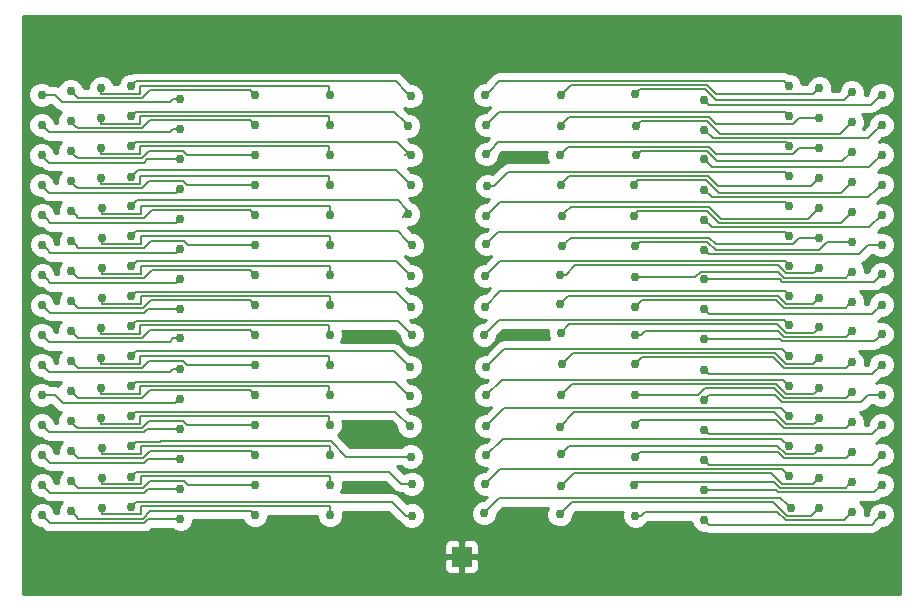
<source format=gbl>
G04 #@! TF.FileFunction,Copper,L2,Bot,Signal*
%FSLAX46Y46*%
G04 Gerber Fmt 4.6, Leading zero omitted, Abs format (unit mm)*
G04 Created by KiCad (PCBNEW 4.0.6) date 05/18/18 10:42:42*
%MOMM*%
%LPD*%
G01*
G04 APERTURE LIST*
%ADD10C,0.150000*%
%ADD11R,1.700000X1.700000*%
%ADD12C,0.762000*%
%ADD13C,0.177800*%
%ADD14C,0.254000*%
G04 APERTURE END LIST*
D10*
D11*
X76200000Y-82296000D03*
D12*
X78200000Y-43200000D03*
X103950000Y-42450000D03*
X84599998Y-43200000D03*
X106500000Y-42600000D03*
X90900000Y-43100000D03*
X109250000Y-42950000D03*
X96750000Y-43600000D03*
X111760000Y-43180000D03*
X78300002Y-45700000D03*
X103950000Y-45000000D03*
X84600000Y-45800000D03*
X106500000Y-45150000D03*
X91000000Y-45800000D03*
X109250000Y-45500000D03*
X96750000Y-46150000D03*
X111760000Y-45730000D03*
X78300000Y-48200000D03*
X103950000Y-47500000D03*
X84500000Y-48300000D03*
X106500000Y-47650000D03*
X91000000Y-48300000D03*
X109250000Y-48000000D03*
X96750000Y-48650000D03*
X111760000Y-48230000D03*
X78400000Y-50900000D03*
X103950000Y-50050000D03*
X84600000Y-50800000D03*
X106500000Y-50200000D03*
X90800000Y-50800000D03*
X109250000Y-50550000D03*
X96750000Y-51200000D03*
X111760000Y-50780000D03*
X78300004Y-53400000D03*
X103950000Y-52600000D03*
X84700000Y-53400000D03*
X106500000Y-52750000D03*
X90800000Y-53400000D03*
X109250000Y-53100000D03*
X96750000Y-53750000D03*
X111760000Y-53330000D03*
X78300000Y-55800000D03*
X103950000Y-55150000D03*
X84700000Y-56000000D03*
X106500000Y-55300000D03*
X90900002Y-56000000D03*
X109250000Y-55650000D03*
X96750000Y-56300000D03*
X111760000Y-55880000D03*
X78200000Y-58500000D03*
X103950000Y-57650000D03*
X84500000Y-58400000D03*
X106500000Y-57800000D03*
X90900000Y-58600000D03*
X109250000Y-58150000D03*
X96750000Y-58800000D03*
X111760000Y-58380000D03*
X78200000Y-61100000D03*
X103950000Y-60200000D03*
X84500000Y-60900000D03*
X106500000Y-60350000D03*
X90900000Y-61100000D03*
X109250000Y-60700000D03*
X96750000Y-61350000D03*
X111760000Y-60930000D03*
X78100000Y-63500000D03*
X103950000Y-62700000D03*
X84600000Y-63300000D03*
X106500000Y-62850000D03*
X90900000Y-63500000D03*
X109250000Y-63200000D03*
X96750000Y-63850000D03*
X111760000Y-63430000D03*
X78300000Y-66200000D03*
X103950000Y-65300000D03*
X84700002Y-66000000D03*
X106500000Y-65450000D03*
X90900000Y-66000000D03*
X109250000Y-65800000D03*
X96750000Y-66450000D03*
X111760000Y-66030000D03*
X78300000Y-68600000D03*
X103950000Y-67850000D03*
X84600000Y-68600000D03*
X106500000Y-68000000D03*
X90900000Y-68600000D03*
X109250000Y-68350000D03*
X96750000Y-69000000D03*
X111760000Y-68580000D03*
X78300000Y-71200002D03*
X103950000Y-70400000D03*
X84500000Y-71300000D03*
X106500000Y-70550000D03*
X90900000Y-71100000D03*
X109250000Y-70900000D03*
X96750000Y-71550000D03*
X111760000Y-71130000D03*
X78300000Y-73700000D03*
X103950000Y-72950000D03*
X84600000Y-73600000D03*
X106500000Y-73100000D03*
X90900000Y-73800000D03*
X109250000Y-73450000D03*
X96750000Y-74100000D03*
X111760000Y-73680000D03*
X78200000Y-76100000D03*
X103950000Y-75450000D03*
X84600000Y-76300000D03*
X106500000Y-75600000D03*
X90800000Y-76200000D03*
X109250000Y-75950000D03*
X96750000Y-76600000D03*
X111760000Y-76180000D03*
X104100000Y-78200000D03*
X78100000Y-78600000D03*
X84500000Y-78700000D03*
X106500000Y-78150000D03*
X90900000Y-78800000D03*
X109250000Y-78500000D03*
X96750000Y-79150000D03*
X111760000Y-78730000D03*
X52400000Y-79100000D03*
X40690000Y-78780000D03*
X58724000Y-78780000D03*
X43150000Y-78450000D03*
X65074000Y-78780000D03*
X65074000Y-78780000D03*
X45750000Y-78200000D03*
X72000000Y-78800000D03*
X48250000Y-78050000D03*
X52400000Y-76550000D03*
X40690000Y-76230000D03*
X58724000Y-76230000D03*
X43150000Y-75900000D03*
X65074000Y-76230000D03*
X65074000Y-76230000D03*
X45750000Y-75650000D03*
X72000000Y-76100000D03*
X48250000Y-75500000D03*
X40690000Y-73680000D03*
X52400000Y-74000000D03*
X58724000Y-73680000D03*
X43150000Y-73350000D03*
X65074000Y-73680000D03*
X65074000Y-73680000D03*
X45750000Y-73100000D03*
X71900000Y-73800000D03*
X48250000Y-72950000D03*
X40640000Y-71130000D03*
X52350000Y-71450000D03*
X58674000Y-71130000D03*
X43100000Y-70800000D03*
X65024000Y-71130000D03*
X65024000Y-71130000D03*
X45700000Y-70550000D03*
X71800000Y-71200000D03*
X48200000Y-70400000D03*
X52350000Y-68900000D03*
X40640000Y-68580000D03*
X58674000Y-68580000D03*
X43100000Y-68250000D03*
X65024000Y-68580000D03*
X65024000Y-68580000D03*
X45700000Y-68000000D03*
X71800000Y-68700000D03*
X48200000Y-67850000D03*
X52350000Y-66350000D03*
X40640000Y-66030000D03*
X58674000Y-66030000D03*
X43100000Y-65700000D03*
X65024000Y-66030000D03*
X65024000Y-66030000D03*
X45700000Y-65450000D03*
X71800000Y-66200000D03*
X48200000Y-65300000D03*
X40640000Y-63480000D03*
X52350000Y-63800000D03*
X58674000Y-63480000D03*
X43100000Y-63150000D03*
X65024000Y-63480000D03*
X65024000Y-63480000D03*
X45700000Y-62900000D03*
X72000000Y-63500000D03*
X48200000Y-62750000D03*
X40690000Y-60980000D03*
X52400000Y-61300000D03*
X58724000Y-60980000D03*
X43150000Y-60650000D03*
X65074000Y-60980000D03*
X65074000Y-60980000D03*
X45750000Y-60400000D03*
X71900000Y-61100000D03*
X48250000Y-60250000D03*
X52400000Y-58750000D03*
X40690000Y-58430000D03*
X58724000Y-58430000D03*
X43150000Y-58100000D03*
X65074000Y-58430000D03*
X65074000Y-58430000D03*
X45750000Y-57850000D03*
X71899999Y-58500000D03*
X48250000Y-57700000D03*
X52400000Y-56200000D03*
X40690000Y-55880000D03*
X58724000Y-55880000D03*
X43150000Y-55550000D03*
X65074000Y-55880000D03*
X65074000Y-55880000D03*
X45750000Y-55300000D03*
X72000000Y-55900000D03*
X48250000Y-55150000D03*
X40690000Y-53330000D03*
X52400000Y-53650000D03*
X58724000Y-53330000D03*
X43150000Y-53000000D03*
X65074000Y-53330000D03*
X65074000Y-53330000D03*
X45750000Y-52750000D03*
X71703623Y-53266809D03*
X48250000Y-52600000D03*
X52350000Y-51150000D03*
X40640000Y-50830000D03*
X58674000Y-50830000D03*
X43100000Y-50500000D03*
X65024000Y-50830000D03*
X65024000Y-50830000D03*
X45700000Y-50250000D03*
X71900000Y-50800000D03*
X48200000Y-50100000D03*
X40640000Y-48280000D03*
X52350000Y-48600000D03*
X58674000Y-48280000D03*
X43100000Y-47950000D03*
X65024000Y-48280000D03*
X65024000Y-48280000D03*
X45700000Y-47700000D03*
X71900000Y-48300000D03*
X48200000Y-47550000D03*
X40640000Y-45730000D03*
X52350000Y-46050000D03*
X58674000Y-45730000D03*
X43100000Y-45400000D03*
X65024000Y-45730000D03*
X65024000Y-45730000D03*
X45700000Y-45150000D03*
X71700000Y-45800000D03*
X48200000Y-45000000D03*
X52350000Y-43500000D03*
X40640000Y-43180000D03*
X58674000Y-43180000D03*
X43100000Y-42850000D03*
X65024000Y-43180000D03*
X65024000Y-43180000D03*
X45700000Y-42600000D03*
X71900000Y-43300000D03*
X48200000Y-42450000D03*
X65500000Y-83700000D03*
X109220000Y-81280000D03*
X106680000Y-81280000D03*
X109220000Y-40640000D03*
X106680000Y-40640000D03*
X45720000Y-40640000D03*
X43180000Y-40640000D03*
X45720000Y-81280000D03*
X43180000Y-81280000D03*
D13*
X103950000Y-42450000D02*
X103507781Y-42007781D01*
X103507781Y-42007781D02*
X79392219Y-42007781D01*
X79392219Y-42007781D02*
X78580999Y-42819001D01*
X78580999Y-42819001D02*
X78200000Y-43200000D01*
X106500000Y-42600000D02*
X106002299Y-43097701D01*
X106002299Y-43097701D02*
X97709207Y-43097701D01*
X97709207Y-43097701D02*
X96974897Y-42363391D01*
X96974897Y-42363391D02*
X85436607Y-42363391D01*
X85436607Y-42363391D02*
X84980997Y-42819001D01*
X84980997Y-42819001D02*
X84599998Y-43200000D01*
X109250000Y-42950000D02*
X108555610Y-43644390D01*
X108555610Y-43644390D02*
X97752988Y-43644390D01*
X97752988Y-43644390D02*
X96827599Y-42719001D01*
X96827599Y-42719001D02*
X91280999Y-42719001D01*
X91280999Y-42719001D02*
X90900000Y-43100000D01*
X111760000Y-43180000D02*
X111720000Y-43180000D01*
X111720000Y-43180000D02*
X110900000Y-44000000D01*
X110900000Y-44000000D02*
X97150000Y-44000000D01*
X97150000Y-44000000D02*
X96750000Y-43600000D01*
X78300002Y-45700000D02*
X79381002Y-44619001D01*
X79381002Y-44619001D02*
X103569001Y-44619001D01*
X103569001Y-44619001D02*
X103950000Y-45000000D01*
X106500000Y-45150000D02*
X104758598Y-45150000D01*
X104758598Y-45150000D02*
X104260897Y-45647701D01*
X104260897Y-45647701D02*
X97709207Y-45647701D01*
X97709207Y-45647701D02*
X97124897Y-45063391D01*
X97124897Y-45063391D02*
X85336609Y-45063391D01*
X85336609Y-45063391D02*
X84980999Y-45419001D01*
X84980999Y-45419001D02*
X84600000Y-45800000D01*
X108253439Y-46496561D02*
X98055159Y-46496561D01*
X98055159Y-46496561D02*
X96977599Y-45419001D01*
X96977599Y-45419001D02*
X91380999Y-45419001D01*
X91380999Y-45419001D02*
X91000000Y-45800000D01*
X109250000Y-45500000D02*
X108253439Y-46496561D01*
X96750000Y-46150000D02*
X97452171Y-46852171D01*
X97452171Y-46852171D02*
X110637829Y-46852171D01*
X110637829Y-46852171D02*
X111379001Y-46110999D01*
X111379001Y-46110999D02*
X111760000Y-45730000D01*
X103950000Y-47500000D02*
X103657781Y-47207781D01*
X103657781Y-47207781D02*
X79292219Y-47207781D01*
X79292219Y-47207781D02*
X78680999Y-47819001D01*
X78680999Y-47819001D02*
X78300000Y-48200000D01*
X106500000Y-47650000D02*
X104758598Y-47650000D01*
X104758598Y-47650000D02*
X104260897Y-48147701D01*
X104260897Y-48147701D02*
X97709207Y-48147701D01*
X97709207Y-48147701D02*
X97124897Y-47563391D01*
X97124897Y-47563391D02*
X85236609Y-47563391D01*
X85236609Y-47563391D02*
X84880999Y-47919001D01*
X84880999Y-47919001D02*
X84500000Y-48300000D01*
X109250000Y-48000000D02*
X108450000Y-48800000D01*
X108450000Y-48800000D02*
X97858598Y-48800000D01*
X97858598Y-48800000D02*
X96977599Y-47919001D01*
X96977599Y-47919001D02*
X91380999Y-47919001D01*
X91380999Y-47919001D02*
X91000000Y-48300000D01*
X96750000Y-48650000D02*
X97413391Y-49313391D01*
X97413391Y-49313391D02*
X110676609Y-49313391D01*
X110676609Y-49313391D02*
X111379001Y-48610999D01*
X111379001Y-48610999D02*
X111760000Y-48230000D01*
X78400000Y-50900000D02*
X78938815Y-50900000D01*
X78938815Y-50900000D02*
X80169814Y-49669001D01*
X80169814Y-49669001D02*
X103569001Y-49669001D01*
X103569001Y-49669001D02*
X103950000Y-50050000D01*
X106500000Y-50200000D02*
X105805753Y-50894247D01*
X105805753Y-50894247D02*
X97905753Y-50894247D01*
X97905753Y-50894247D02*
X97074897Y-50063391D01*
X97074897Y-50063391D02*
X85336609Y-50063391D01*
X85336609Y-50063391D02*
X84980999Y-50419001D01*
X84980999Y-50419001D02*
X84600000Y-50800000D01*
X109250000Y-50550000D02*
X108292219Y-51507781D01*
X108292219Y-51507781D02*
X98016379Y-51507781D01*
X98016379Y-51507781D02*
X96927599Y-50419001D01*
X96927599Y-50419001D02*
X91180999Y-50419001D01*
X91180999Y-50419001D02*
X90800000Y-50800000D01*
X111760000Y-50780000D02*
X111379001Y-51160999D01*
X111379001Y-51160999D02*
X111339001Y-51160999D01*
X110636609Y-51863391D02*
X97413391Y-51863391D01*
X111339001Y-51160999D02*
X110636609Y-51863391D01*
X97413391Y-51863391D02*
X96750000Y-51200000D01*
X78300004Y-53400000D02*
X79481003Y-52219001D01*
X79481003Y-52219001D02*
X103569001Y-52219001D01*
X103569001Y-52219001D02*
X103950000Y-52600000D01*
X106500000Y-52750000D02*
X105561220Y-53688780D01*
X105561220Y-53688780D02*
X98150286Y-53688780D01*
X98150286Y-53688780D02*
X97124897Y-52663391D01*
X97124897Y-52663391D02*
X85436609Y-52663391D01*
X85436609Y-52663391D02*
X85080999Y-53019001D01*
X85080999Y-53019001D02*
X84700000Y-53400000D01*
X109250000Y-53100000D02*
X108305610Y-54044390D01*
X108305610Y-54044390D02*
X98002988Y-54044390D01*
X98002988Y-54044390D02*
X96977599Y-53019001D01*
X96977599Y-53019001D02*
X91180999Y-53019001D01*
X91180999Y-53019001D02*
X90800000Y-53400000D01*
X97400000Y-54400000D02*
X110690000Y-54400000D01*
X110690000Y-54400000D02*
X111760000Y-53330000D01*
X96750000Y-53750000D02*
X97400000Y-54400000D01*
X78300000Y-55800000D02*
X79330999Y-54769001D01*
X79330999Y-54769001D02*
X103569001Y-54769001D01*
X103569001Y-54769001D02*
X103950000Y-55150000D01*
X106500000Y-55300000D02*
X104758598Y-55300000D01*
X104758598Y-55300000D02*
X104260897Y-55797701D01*
X104260897Y-55797701D02*
X97709207Y-55797701D01*
X97709207Y-55797701D02*
X97174897Y-55263391D01*
X97174897Y-55263391D02*
X85436609Y-55263391D01*
X85436609Y-55263391D02*
X85080999Y-55619001D01*
X85080999Y-55619001D02*
X84700000Y-56000000D01*
X106458598Y-56300000D02*
X97708598Y-56300000D01*
X91281001Y-55619001D02*
X90900002Y-56000000D01*
X109250000Y-55650000D02*
X107108598Y-55650000D01*
X97708598Y-56300000D02*
X97027599Y-55619001D01*
X107108598Y-55650000D02*
X106458598Y-56300000D01*
X97027599Y-55619001D02*
X91281001Y-55619001D01*
X96750000Y-56300000D02*
X97130999Y-56680999D01*
X97130999Y-56680999D02*
X109831241Y-56680999D01*
X109831241Y-56680999D02*
X110632240Y-55880000D01*
X110632240Y-55880000D02*
X111760000Y-55880000D01*
X79430999Y-57269001D02*
X78200000Y-58500000D01*
X103569001Y-57269001D02*
X79430999Y-57269001D01*
X103950000Y-57650000D02*
X103569001Y-57269001D01*
X84500000Y-58400000D02*
X85038815Y-58400000D01*
X85038815Y-58400000D02*
X85814204Y-57624611D01*
X85814204Y-57624611D02*
X102966013Y-57624611D01*
X102966013Y-57624611D02*
X103639103Y-58297701D01*
X103639103Y-58297701D02*
X106002299Y-58297701D01*
X106002299Y-58297701D02*
X106119001Y-58180999D01*
X106119001Y-58180999D02*
X106500000Y-57800000D01*
X90900000Y-58600000D02*
X95991402Y-58600000D01*
X95991402Y-58600000D02*
X96439103Y-58152299D01*
X96439103Y-58152299D02*
X102990793Y-58152299D01*
X102990793Y-58152299D02*
X103491805Y-58653311D01*
X103491805Y-58653311D02*
X108746689Y-58653311D01*
X108746689Y-58653311D02*
X108869001Y-58530999D01*
X108869001Y-58530999D02*
X109250000Y-58150000D01*
X96750000Y-58800000D02*
X103135586Y-58800000D01*
X103135586Y-58800000D02*
X103344507Y-59008921D01*
X103344507Y-59008921D02*
X111131079Y-59008921D01*
X111131079Y-59008921D02*
X111379001Y-58760999D01*
X111379001Y-58760999D02*
X111760000Y-58380000D01*
X79480999Y-59819001D02*
X78200000Y-61100000D01*
X103569001Y-59819001D02*
X79480999Y-59819001D01*
X103950000Y-60200000D02*
X103569001Y-59819001D01*
X84500000Y-60900000D02*
X85225389Y-60174611D01*
X85225389Y-60174611D02*
X102966013Y-60174611D01*
X102966013Y-60174611D02*
X103639103Y-60847701D01*
X103639103Y-60847701D02*
X106002299Y-60847701D01*
X106002299Y-60847701D02*
X106119001Y-60730999D01*
X106119001Y-60730999D02*
X106500000Y-60350000D01*
X90900000Y-61100000D02*
X91469779Y-60530221D01*
X91469779Y-60530221D02*
X102818715Y-60530221D01*
X102818715Y-60530221D02*
X103491805Y-61203311D01*
X103491805Y-61203311D02*
X108746689Y-61203311D01*
X108746689Y-61203311D02*
X108869001Y-61080999D01*
X108869001Y-61080999D02*
X109250000Y-60700000D01*
X96750000Y-61350000D02*
X97130999Y-61730999D01*
X97130999Y-61730999D02*
X110959001Y-61730999D01*
X110959001Y-61730999D02*
X111379001Y-61310999D01*
X111379001Y-61310999D02*
X111760000Y-60930000D01*
X103569001Y-62319001D02*
X103950000Y-62700000D01*
X79355611Y-62244389D02*
X103494389Y-62244389D01*
X78100000Y-63500000D02*
X79355611Y-62244389D01*
X103494389Y-62244389D02*
X103569001Y-62319001D01*
X84600000Y-63300000D02*
X85300000Y-62600000D01*
X85300000Y-62600000D02*
X102891402Y-62600000D01*
X102891402Y-62600000D02*
X103639103Y-63347701D01*
X103639103Y-63347701D02*
X106002299Y-63347701D01*
X106002299Y-63347701D02*
X106119001Y-63230999D01*
X106119001Y-63230999D02*
X106500000Y-62850000D01*
X90900000Y-63500000D02*
X91438815Y-63500000D01*
X91438815Y-63500000D02*
X91736516Y-63202299D01*
X91736516Y-63202299D02*
X102990793Y-63202299D01*
X102990793Y-63202299D02*
X103491805Y-63703311D01*
X103491805Y-63703311D02*
X108746689Y-63703311D01*
X108746689Y-63703311D02*
X108869001Y-63580999D01*
X108869001Y-63580999D02*
X109250000Y-63200000D01*
X96750000Y-63850000D02*
X103135586Y-63850000D01*
X103135586Y-63850000D02*
X103344507Y-64058921D01*
X103344507Y-64058921D02*
X111131079Y-64058921D01*
X111131079Y-64058921D02*
X111379001Y-63810999D01*
X111379001Y-63810999D02*
X111760000Y-63430000D01*
X78300000Y-66200000D02*
X79800000Y-64700000D01*
X79800000Y-64700000D02*
X103350000Y-64700000D01*
X103350000Y-64700000D02*
X103950000Y-65300000D01*
X84700002Y-66000000D02*
X85644392Y-65055610D01*
X85644392Y-65055610D02*
X102747012Y-65055610D01*
X102747012Y-65055610D02*
X103639103Y-65947701D01*
X103639103Y-65947701D02*
X106002299Y-65947701D01*
X106002299Y-65947701D02*
X106119001Y-65830999D01*
X106119001Y-65830999D02*
X106500000Y-65450000D01*
X90900000Y-66000000D02*
X91488780Y-65411220D01*
X91488780Y-65411220D02*
X102599714Y-65411220D01*
X102599714Y-65411220D02*
X103491805Y-66303311D01*
X103491805Y-66303311D02*
X108746689Y-66303311D01*
X108746689Y-66303311D02*
X108869001Y-66180999D01*
X108869001Y-66180999D02*
X109250000Y-65800000D01*
X96750000Y-66450000D02*
X97130999Y-66830999D01*
X97130999Y-66830999D02*
X110959001Y-66830999D01*
X110959001Y-66830999D02*
X111379001Y-66410999D01*
X111379001Y-66410999D02*
X111760000Y-66030000D01*
X78300000Y-68600000D02*
X79600000Y-67300000D01*
X79600000Y-67300000D02*
X103400000Y-67300000D01*
X103400000Y-67300000D02*
X103950000Y-67850000D01*
X84600000Y-68600000D02*
X85544390Y-67655610D01*
X85544390Y-67655610D02*
X102797012Y-67655610D01*
X102797012Y-67655610D02*
X103639103Y-68497701D01*
X103639103Y-68497701D02*
X106002299Y-68497701D01*
X106002299Y-68497701D02*
X106119001Y-68380999D01*
X106119001Y-68380999D02*
X106500000Y-68000000D01*
X90900000Y-68600000D02*
X96191402Y-68600000D01*
X96191402Y-68600000D02*
X96780182Y-68011220D01*
X96780182Y-68011220D02*
X102649714Y-68011220D01*
X102649714Y-68011220D02*
X103491805Y-68853311D01*
X103491805Y-68853311D02*
X108746689Y-68853311D01*
X108746689Y-68853311D02*
X108869001Y-68730999D01*
X108869001Y-68730999D02*
X109250000Y-68350000D01*
X96750000Y-69000000D02*
X97130999Y-68619001D01*
X97130999Y-68619001D02*
X102754587Y-68619001D01*
X102754587Y-68619001D02*
X103344507Y-69208921D01*
X103344507Y-69208921D02*
X110003319Y-69208921D01*
X110003319Y-69208921D02*
X110632240Y-68580000D01*
X110632240Y-68580000D02*
X111760000Y-68580000D01*
X79800000Y-69700002D02*
X103250002Y-69700002D01*
X103250002Y-69700002D02*
X103950000Y-70400000D01*
X78300000Y-71200002D02*
X79800000Y-69700002D01*
X79800000Y-69700002D02*
X79800000Y-69700000D01*
X84500000Y-71300000D02*
X85744388Y-70055612D01*
X85744388Y-70055612D02*
X102647014Y-70055612D01*
X102647014Y-70055612D02*
X103639103Y-71047701D01*
X103639103Y-71047701D02*
X106002299Y-71047701D01*
X106002299Y-71047701D02*
X106119001Y-70930999D01*
X106119001Y-70930999D02*
X106500000Y-70550000D01*
X90900000Y-71100000D02*
X91280999Y-70719001D01*
X91280999Y-70719001D02*
X102807495Y-70719001D01*
X102807495Y-70719001D02*
X103491805Y-71403311D01*
X103491805Y-71403311D02*
X108746689Y-71403311D01*
X108746689Y-71403311D02*
X108869001Y-71280999D01*
X108869001Y-71280999D02*
X109250000Y-70900000D01*
X96750000Y-71550000D02*
X97130999Y-71930999D01*
X97130999Y-71930999D02*
X110959001Y-71930999D01*
X110959001Y-71930999D02*
X111379001Y-71510999D01*
X111379001Y-71510999D02*
X111760000Y-71130000D01*
X78300000Y-73700000D02*
X79713391Y-72286609D01*
X79713391Y-72286609D02*
X103286609Y-72286609D01*
X103286609Y-72286609D02*
X103950000Y-72950000D01*
X84600000Y-73600000D02*
X85300000Y-72900000D01*
X85300000Y-72900000D02*
X102941402Y-72900000D01*
X102941402Y-72900000D02*
X103639103Y-73597701D01*
X103639103Y-73597701D02*
X106002299Y-73597701D01*
X106002299Y-73597701D02*
X106119001Y-73480999D01*
X106119001Y-73480999D02*
X106500000Y-73100000D01*
X90900000Y-73800000D02*
X91280999Y-73419001D01*
X91280999Y-73419001D02*
X102957495Y-73419001D01*
X102957495Y-73419001D02*
X103491805Y-73953311D01*
X103491805Y-73953311D02*
X108746689Y-73953311D01*
X108746689Y-73953311D02*
X108869001Y-73830999D01*
X108869001Y-73830999D02*
X109250000Y-73450000D01*
X96750000Y-74100000D02*
X97130999Y-74480999D01*
X97130999Y-74480999D02*
X110959001Y-74480999D01*
X110959001Y-74480999D02*
X111379001Y-74060999D01*
X111379001Y-74060999D02*
X111760000Y-73680000D01*
X78200000Y-76100000D02*
X79463391Y-74836609D01*
X79463391Y-74836609D02*
X103336609Y-74836609D01*
X103336609Y-74836609D02*
X103950000Y-75450000D01*
X84600000Y-76300000D02*
X85707781Y-75192219D01*
X85707781Y-75192219D02*
X102392219Y-75192219D01*
X102392219Y-75192219D02*
X103297701Y-76097701D01*
X103297701Y-76097701D02*
X106002299Y-76097701D01*
X106002299Y-76097701D02*
X106119001Y-75980999D01*
X106119001Y-75980999D02*
X106500000Y-75600000D01*
X90800000Y-76200000D02*
X91047701Y-75952299D01*
X91047701Y-75952299D02*
X102649391Y-75952299D01*
X102649391Y-75952299D02*
X103150403Y-76453311D01*
X103150403Y-76453311D02*
X108746689Y-76453311D01*
X108746689Y-76453311D02*
X108869001Y-76330999D01*
X108869001Y-76330999D02*
X109250000Y-75950000D01*
X96750000Y-76600000D02*
X102794184Y-76600000D01*
X102794184Y-76600000D02*
X103003105Y-76808921D01*
X103003105Y-76808921D02*
X111131079Y-76808921D01*
X111131079Y-76808921D02*
X111379001Y-76560999D01*
X111379001Y-76560999D02*
X111760000Y-76180000D01*
X103719001Y-77819001D02*
X104100000Y-78200000D01*
X103200000Y-77300000D02*
X103719001Y-77819001D01*
X79400000Y-77300000D02*
X103200000Y-77300000D01*
X78100000Y-78600000D02*
X79400000Y-77300000D01*
X102597012Y-77655610D02*
X103789103Y-78847701D01*
X103789103Y-78847701D02*
X105802299Y-78847701D01*
X84500000Y-78700000D02*
X85544390Y-77655610D01*
X85544390Y-77655610D02*
X102597012Y-77655610D01*
X105802299Y-78847701D02*
X106119001Y-78530999D01*
X106119001Y-78530999D02*
X106500000Y-78150000D01*
X90900000Y-78800000D02*
X91438815Y-78800000D01*
X91438815Y-78800000D02*
X91736516Y-78502299D01*
X91736516Y-78502299D02*
X102940793Y-78502299D01*
X102940793Y-78502299D02*
X103641805Y-79203311D01*
X103641805Y-79203311D02*
X108546689Y-79203311D01*
X108546689Y-79203311D02*
X108869001Y-78880999D01*
X108869001Y-78880999D02*
X109250000Y-78500000D01*
X96750000Y-79150000D02*
X97158921Y-79558921D01*
X97158921Y-79558921D02*
X110931079Y-79558921D01*
X110931079Y-79558921D02*
X111379001Y-79110999D01*
X111379001Y-79110999D02*
X111760000Y-78730000D01*
X52400000Y-79100000D02*
X49655816Y-79100000D01*
X49655816Y-79100000D02*
X49344596Y-79411220D01*
X49344596Y-79411220D02*
X41321220Y-79411220D01*
X41321220Y-79411220D02*
X41070999Y-79160999D01*
X41070999Y-79160999D02*
X40690000Y-78780000D01*
X58724000Y-78780000D02*
X58343001Y-78399001D01*
X58343001Y-78399001D02*
X49853907Y-78399001D01*
X49853907Y-78399001D02*
X49197298Y-79055610D01*
X49197298Y-79055610D02*
X43755610Y-79055610D01*
X43755610Y-79055610D02*
X43530999Y-78830999D01*
X43530999Y-78830999D02*
X43150000Y-78450000D01*
X45750000Y-78700000D02*
X49050000Y-78700000D01*
X65050000Y-78756000D02*
X65074000Y-78780000D01*
X65050000Y-78756000D02*
X65050000Y-78005602D01*
X65050000Y-78005602D02*
X49050000Y-78005602D01*
X49050000Y-78005602D02*
X49050000Y-78700000D01*
X45750000Y-78700000D02*
X45750000Y-78200000D01*
X72000000Y-78800000D02*
X71461185Y-78800000D01*
X71461185Y-78800000D02*
X70311177Y-77649992D01*
X70311177Y-77649992D02*
X48650008Y-77649992D01*
X48650008Y-77649992D02*
X48630999Y-77669001D01*
X48630999Y-77669001D02*
X48250000Y-78050000D01*
X52400000Y-76550000D02*
X49655816Y-76550000D01*
X49655816Y-76550000D02*
X49344596Y-76861220D01*
X49344596Y-76861220D02*
X41321220Y-76861220D01*
X41321220Y-76861220D02*
X41070999Y-76610999D01*
X41070999Y-76610999D02*
X40690000Y-76230000D01*
X58724000Y-76230000D02*
X53038598Y-76230000D01*
X53038598Y-76230000D02*
X52710897Y-75902299D01*
X52710897Y-75902299D02*
X49800609Y-75902299D01*
X49800609Y-75902299D02*
X49197298Y-76505610D01*
X49197298Y-76505610D02*
X43755610Y-76505610D01*
X43755610Y-76505610D02*
X43530999Y-76280999D01*
X43530999Y-76280999D02*
X43150000Y-75900000D01*
X45750000Y-76150000D02*
X49050000Y-76150000D01*
X65050000Y-76206000D02*
X65074000Y-76230000D01*
X65050000Y-76206000D02*
X65050000Y-75455602D01*
X65050000Y-75455602D02*
X49050000Y-75455602D01*
X49050000Y-75455602D02*
X49050000Y-76150000D01*
X45750000Y-76150000D02*
X45750000Y-75650000D01*
X71100000Y-76100000D02*
X70099992Y-75099992D01*
X70099992Y-75099992D02*
X48650008Y-75099992D01*
X48650008Y-75099992D02*
X48630999Y-75119001D01*
X48630999Y-75119001D02*
X48250000Y-75500000D01*
X72000000Y-76100000D02*
X71100000Y-76100000D01*
X52400000Y-74000000D02*
X49655816Y-74000000D01*
X49655816Y-74000000D02*
X49344596Y-74311220D01*
X49344596Y-74311220D02*
X41321220Y-74311220D01*
X41321220Y-74311220D02*
X41070999Y-74060999D01*
X41070999Y-74060999D02*
X40690000Y-73680000D01*
X58724000Y-73680000D02*
X58343001Y-73299001D01*
X58343001Y-73299001D02*
X49853907Y-73299001D01*
X49853907Y-73299001D02*
X49197298Y-73955610D01*
X49197298Y-73955610D02*
X43755610Y-73955610D01*
X43755610Y-73955610D02*
X43530999Y-73730999D01*
X43530999Y-73730999D02*
X43150000Y-73350000D01*
X45750000Y-73600000D02*
X45750000Y-73100000D01*
X49050000Y-72905602D02*
X49050000Y-73600000D01*
X65050000Y-72905602D02*
X49050000Y-72905602D01*
X65050000Y-73656000D02*
X65050000Y-72905602D01*
X65050000Y-73656000D02*
X65074000Y-73680000D01*
X45750000Y-73600000D02*
X49050000Y-73600000D01*
X65147306Y-72500000D02*
X50700000Y-72500000D01*
X50700000Y-72500000D02*
X50650008Y-72549992D01*
X50650008Y-72549992D02*
X48650008Y-72549992D01*
X48650008Y-72549992D02*
X48630999Y-72569001D01*
X48630999Y-72569001D02*
X48250000Y-72950000D01*
X71900000Y-73800000D02*
X66447306Y-73800000D01*
X66447306Y-73800000D02*
X65147306Y-72500000D01*
X52350000Y-71450000D02*
X49605816Y-71450000D01*
X49605816Y-71450000D02*
X49294596Y-71761220D01*
X49294596Y-71761220D02*
X41271220Y-71761220D01*
X41271220Y-71761220D02*
X41020999Y-71510999D01*
X41020999Y-71510999D02*
X40640000Y-71130000D01*
X58674000Y-71130000D02*
X52988598Y-71130000D01*
X52988598Y-71130000D02*
X52660897Y-70802299D01*
X52660897Y-70802299D02*
X49750609Y-70802299D01*
X49750609Y-70802299D02*
X49147298Y-71405610D01*
X49147298Y-71405610D02*
X43705610Y-71405610D01*
X43705610Y-71405610D02*
X43480999Y-71180999D01*
X43480999Y-71180999D02*
X43100000Y-70800000D01*
X45700000Y-71050000D02*
X45700000Y-70550000D01*
X49000000Y-70355602D02*
X49000000Y-71050000D01*
X65000000Y-70355602D02*
X49000000Y-70355602D01*
X65000000Y-71106000D02*
X65000000Y-70355602D01*
X65000000Y-71106000D02*
X65024000Y-71130000D01*
X45700000Y-71050000D02*
X49000000Y-71050000D01*
X71800000Y-71200000D02*
X70599992Y-69999992D01*
X48600008Y-69999992D02*
X48580999Y-70019001D01*
X70599992Y-69999992D02*
X48600008Y-69999992D01*
X48580999Y-70019001D02*
X48200000Y-70400000D01*
X52350000Y-68900000D02*
X51969001Y-69280999D01*
X51969001Y-69280999D02*
X42468759Y-69280999D01*
X42468759Y-69280999D02*
X41767760Y-68580000D01*
X41767760Y-68580000D02*
X40640000Y-68580000D01*
X58674000Y-68580000D02*
X58255212Y-68161212D01*
X58255212Y-68161212D02*
X49841696Y-68161212D01*
X49841696Y-68161212D02*
X49147298Y-68855610D01*
X49147298Y-68855610D02*
X43705610Y-68855610D01*
X43705610Y-68855610D02*
X43480999Y-68630999D01*
X43480999Y-68630999D02*
X43100000Y-68250000D01*
X45700000Y-68500000D02*
X49000000Y-68500000D01*
X65000000Y-68556000D02*
X65024000Y-68580000D01*
X65000000Y-68556000D02*
X65000000Y-67805602D01*
X65000000Y-67805602D02*
X49000000Y-67805602D01*
X49000000Y-67805602D02*
X49000000Y-68500000D01*
X45700000Y-68500000D02*
X45700000Y-68000000D01*
X71419001Y-68319001D02*
X71800000Y-68700000D01*
X70550000Y-67450000D02*
X71419001Y-68319001D01*
X48600000Y-67450000D02*
X70550000Y-67450000D01*
X48200000Y-67850000D02*
X48600000Y-67450000D01*
X52350000Y-66350000D02*
X51811185Y-66350000D01*
X51811185Y-66350000D02*
X51499965Y-66661220D01*
X51499965Y-66661220D02*
X41271220Y-66661220D01*
X41271220Y-66661220D02*
X41020999Y-66410999D01*
X41020999Y-66410999D02*
X40640000Y-66030000D01*
X58674000Y-66030000D02*
X52988598Y-66030000D01*
X52988598Y-66030000D02*
X52660897Y-65702299D01*
X52660897Y-65702299D02*
X49750609Y-65702299D01*
X49750609Y-65702299D02*
X49147298Y-66305610D01*
X49147298Y-66305610D02*
X43705610Y-66305610D01*
X43705610Y-66305610D02*
X43480999Y-66080999D01*
X43480999Y-66080999D02*
X43100000Y-65700000D01*
X45700000Y-65950000D02*
X49000000Y-65950000D01*
X65000000Y-66006000D02*
X65024000Y-66030000D01*
X65000000Y-66006000D02*
X65000000Y-65255602D01*
X65000000Y-65255602D02*
X49000000Y-65255602D01*
X49000000Y-65255602D02*
X49000000Y-65950000D01*
X45700000Y-65950000D02*
X45700000Y-65450000D01*
X48200000Y-65300000D02*
X48600000Y-64900000D01*
X71419001Y-65819001D02*
X71800000Y-66200000D01*
X70500000Y-64900000D02*
X71419001Y-65819001D01*
X48600000Y-64900000D02*
X70500000Y-64900000D01*
X52350000Y-63800000D02*
X51811185Y-63800000D01*
X51811185Y-63800000D02*
X51499966Y-64111219D01*
X51499966Y-64111219D02*
X41271219Y-64111219D01*
X41271219Y-64111219D02*
X41020999Y-63860999D01*
X41020999Y-63860999D02*
X40640000Y-63480000D01*
X58674000Y-63480000D02*
X58293001Y-63099001D01*
X58293001Y-63099001D02*
X49803907Y-63099001D01*
X49803907Y-63099001D02*
X49147298Y-63755610D01*
X49147298Y-63755610D02*
X43705610Y-63755610D01*
X43705610Y-63755610D02*
X43480999Y-63530999D01*
X43480999Y-63530999D02*
X43100000Y-63150000D01*
X45700000Y-63400000D02*
X45700000Y-62900000D01*
X49000000Y-62705602D02*
X49000000Y-63400000D01*
X65000000Y-62705602D02*
X49000000Y-62705602D01*
X65000000Y-63456000D02*
X65000000Y-62705602D01*
X65000000Y-63456000D02*
X65024000Y-63480000D01*
X45700000Y-63400000D02*
X49000000Y-63400000D01*
X71619001Y-63119001D02*
X72000000Y-63500000D01*
X70850000Y-62350000D02*
X71619001Y-63119001D01*
X48600000Y-62350000D02*
X70850000Y-62350000D01*
X48200000Y-62750000D02*
X48600000Y-62350000D01*
X52400000Y-61300000D02*
X49655816Y-61300000D01*
X49655816Y-61300000D02*
X49344596Y-61611220D01*
X49344596Y-61611220D02*
X41321220Y-61611220D01*
X41321220Y-61611220D02*
X41070999Y-61360999D01*
X41070999Y-61360999D02*
X40690000Y-60980000D01*
X58724000Y-60980000D02*
X58305212Y-60561212D01*
X58305212Y-60561212D02*
X49891696Y-60561212D01*
X49891696Y-60561212D02*
X49197298Y-61255610D01*
X49197298Y-61255610D02*
X43755610Y-61255610D01*
X43755610Y-61255610D02*
X43530999Y-61030999D01*
X43530999Y-61030999D02*
X43150000Y-60650000D01*
X45750000Y-60900000D02*
X45750000Y-60400000D01*
X49050000Y-60205602D02*
X49050000Y-60900000D01*
X65050000Y-60205602D02*
X49050000Y-60205602D01*
X65050000Y-60956000D02*
X65050000Y-60205602D01*
X65050000Y-60956000D02*
X65074000Y-60980000D01*
X45750000Y-60900000D02*
X49050000Y-60900000D01*
X71519001Y-60719001D02*
X71900000Y-61100000D01*
X70650000Y-59850000D02*
X71519001Y-60719001D01*
X48650000Y-59850000D02*
X70650000Y-59850000D01*
X48250000Y-60250000D02*
X48650000Y-59850000D01*
X52400000Y-58750000D02*
X52019001Y-59130999D01*
X52019001Y-59130999D02*
X41390999Y-59130999D01*
X41390999Y-59130999D02*
X41070999Y-58810999D01*
X41070999Y-58810999D02*
X40690000Y-58430000D01*
X58724000Y-58430000D02*
X58305212Y-58011212D01*
X58305212Y-58011212D02*
X49985880Y-58011212D01*
X49985880Y-58011212D02*
X49291482Y-58705610D01*
X49291482Y-58705610D02*
X43755610Y-58705610D01*
X43755610Y-58705610D02*
X43530999Y-58480999D01*
X43530999Y-58480999D02*
X43150000Y-58100000D01*
X45750000Y-58350000D02*
X49050000Y-58350000D01*
X65050000Y-58406000D02*
X65074000Y-58430000D01*
X65050000Y-58406000D02*
X65050000Y-57655602D01*
X65050000Y-57655602D02*
X49050000Y-57655602D01*
X49050000Y-57655602D02*
X49050000Y-58350000D01*
X45750000Y-58350000D02*
X45750000Y-57850000D01*
X71519000Y-58119001D02*
X71899999Y-58500000D01*
X70619000Y-57219001D02*
X71519000Y-58119001D01*
X48730999Y-57219001D02*
X70619000Y-57219001D01*
X48250000Y-57700000D02*
X48730999Y-57219001D01*
X52400000Y-56200000D02*
X52019001Y-56580999D01*
X52019001Y-56580999D02*
X41390999Y-56580999D01*
X41390999Y-56580999D02*
X41070999Y-56260999D01*
X41070999Y-56260999D02*
X40690000Y-55880000D01*
X58724000Y-55880000D02*
X53038598Y-55880000D01*
X53038598Y-55880000D02*
X52710897Y-55552299D01*
X52710897Y-55552299D02*
X49894793Y-55552299D01*
X49894793Y-55552299D02*
X49291482Y-56155610D01*
X49291482Y-56155610D02*
X43755610Y-56155610D01*
X43755610Y-56155610D02*
X43530999Y-55930999D01*
X43530999Y-55930999D02*
X43150000Y-55550000D01*
X45750000Y-55800000D02*
X49050000Y-55800000D01*
X65050000Y-55856000D02*
X65074000Y-55880000D01*
X65050000Y-55856000D02*
X65050000Y-55105602D01*
X65050000Y-55105602D02*
X49050000Y-55105602D01*
X49050000Y-55105602D02*
X49050000Y-55800000D01*
X45750000Y-55800000D02*
X45750000Y-55300000D01*
X70819001Y-54719001D02*
X71619001Y-55519001D01*
X48250000Y-55150000D02*
X48680999Y-54719001D01*
X71619001Y-55519001D02*
X72000000Y-55900000D01*
X48680999Y-54719001D02*
X70819001Y-54719001D01*
X52400000Y-53650000D02*
X52019001Y-54030999D01*
X52019001Y-54030999D02*
X41390999Y-54030999D01*
X41390999Y-54030999D02*
X41070999Y-53710999D01*
X41070999Y-53710999D02*
X40690000Y-53330000D01*
X58724000Y-53330000D02*
X58305212Y-52911212D01*
X58305212Y-52911212D02*
X49985880Y-52911212D01*
X49985880Y-52911212D02*
X49291482Y-53605610D01*
X49291482Y-53605610D02*
X43755610Y-53605610D01*
X43755610Y-53605610D02*
X43530999Y-53380999D01*
X43530999Y-53380999D02*
X43150000Y-53000000D01*
X45750000Y-53250000D02*
X45750000Y-52750000D01*
X49050000Y-52555602D02*
X49050000Y-53250000D01*
X65050000Y-52555602D02*
X49050000Y-52555602D01*
X65050000Y-53306000D02*
X65050000Y-52555602D01*
X65050000Y-53306000D02*
X65074000Y-53330000D01*
X45750000Y-53250000D02*
X49050000Y-53250000D01*
X71450000Y-53304000D02*
X71254000Y-53500000D01*
X71519001Y-52819001D02*
X71900000Y-53200000D01*
X70819001Y-52119001D02*
X71519001Y-52819001D01*
X48730999Y-52119001D02*
X70819001Y-52119001D01*
X48250000Y-52600000D02*
X48730999Y-52119001D01*
X52350000Y-51150000D02*
X52038773Y-51461226D01*
X52038773Y-51461226D02*
X41271226Y-51461226D01*
X41271226Y-51461226D02*
X41020999Y-51210999D01*
X41020999Y-51210999D02*
X40640000Y-50830000D01*
X58674000Y-50830000D02*
X52988598Y-50830000D01*
X52988598Y-50830000D02*
X52660897Y-50502299D01*
X52660897Y-50502299D02*
X49750609Y-50502299D01*
X49750609Y-50502299D02*
X49147298Y-51105610D01*
X49147298Y-51105610D02*
X43705610Y-51105610D01*
X43705610Y-51105610D02*
X43480999Y-50880999D01*
X43480999Y-50880999D02*
X43100000Y-50500000D01*
X45700000Y-50750000D02*
X49000000Y-50750000D01*
X65000000Y-50806000D02*
X65024000Y-50830000D01*
X65000000Y-50806000D02*
X65000000Y-50055602D01*
X65000000Y-50055602D02*
X49000000Y-50055602D01*
X49000000Y-50055602D02*
X49000000Y-50750000D01*
X45700000Y-50750000D02*
X45700000Y-50250000D01*
X70619001Y-49519001D02*
X71519001Y-50419001D01*
X48200000Y-50100000D02*
X48780999Y-49519001D01*
X48780999Y-49519001D02*
X70619001Y-49519001D01*
X71519001Y-50419001D02*
X71900000Y-50800000D01*
X52350000Y-48600000D02*
X49605816Y-48600000D01*
X49605816Y-48600000D02*
X49294596Y-48911220D01*
X49294596Y-48911220D02*
X41271220Y-48911220D01*
X41271220Y-48911220D02*
X41020999Y-48660999D01*
X41020999Y-48660999D02*
X40640000Y-48280000D01*
X58674000Y-48280000D02*
X52988598Y-48280000D01*
X52988598Y-48280000D02*
X52660897Y-47952299D01*
X52660897Y-47952299D02*
X49750609Y-47952299D01*
X49750609Y-47952299D02*
X49147298Y-48555610D01*
X49147298Y-48555610D02*
X43705610Y-48555610D01*
X43705610Y-48555610D02*
X43480999Y-48330999D01*
X43480999Y-48330999D02*
X43100000Y-47950000D01*
X45700000Y-48200000D02*
X45700000Y-47700000D01*
X49000000Y-47505602D02*
X49000000Y-48200000D01*
X65000000Y-47505602D02*
X49000000Y-47505602D01*
X65000000Y-48256000D02*
X65000000Y-47505602D01*
X65000000Y-48256000D02*
X65024000Y-48280000D01*
X45700000Y-48200000D02*
X49000000Y-48200000D01*
X71519001Y-47919001D02*
X71900000Y-48300000D01*
X70750000Y-47150000D02*
X71519001Y-47919001D01*
X48600000Y-47150000D02*
X70750000Y-47150000D01*
X48200000Y-47550000D02*
X48600000Y-47150000D01*
X71400000Y-48254000D02*
X71474106Y-48179894D01*
X71474106Y-48179894D02*
X71688622Y-48179894D01*
X52350000Y-46050000D02*
X51811185Y-46050000D01*
X51811185Y-46050000D02*
X51499965Y-46361220D01*
X51499965Y-46361220D02*
X41271220Y-46361220D01*
X41271220Y-46361220D02*
X41020999Y-46110999D01*
X41020999Y-46110999D02*
X40640000Y-45730000D01*
X58674000Y-45730000D02*
X58293001Y-45349001D01*
X58293001Y-45349001D02*
X49803907Y-45349001D01*
X49803907Y-45349001D02*
X49147298Y-46005610D01*
X49147298Y-46005610D02*
X43705610Y-46005610D01*
X43705610Y-46005610D02*
X43480999Y-45780999D01*
X43480999Y-45780999D02*
X43100000Y-45400000D01*
X45700000Y-45650000D02*
X45700000Y-45150000D01*
X49000000Y-44955602D02*
X49000000Y-45650000D01*
X65000000Y-44955602D02*
X49000000Y-44955602D01*
X65000000Y-45706000D02*
X65000000Y-44955602D01*
X65000000Y-45706000D02*
X65024000Y-45730000D01*
X45700000Y-45650000D02*
X49000000Y-45650000D01*
X71319001Y-45419001D02*
X71700000Y-45800000D01*
X70500000Y-44600000D02*
X71319001Y-45419001D01*
X48600000Y-44600000D02*
X70500000Y-44600000D01*
X48200000Y-45000000D02*
X48600000Y-44600000D01*
X71397295Y-45701295D02*
X71397295Y-45583398D01*
X71400000Y-45704000D02*
X71397295Y-45701295D01*
X52350000Y-43500000D02*
X51811185Y-43500000D01*
X51811185Y-43500000D02*
X51499966Y-43811219D01*
X51499966Y-43811219D02*
X42398979Y-43811219D01*
X42398979Y-43811219D02*
X41767760Y-43180000D01*
X41767760Y-43180000D02*
X40640000Y-43180000D01*
X58674000Y-43180000D02*
X58293001Y-42799001D01*
X58293001Y-42799001D02*
X49803907Y-42799001D01*
X49803907Y-42799001D02*
X49147298Y-43455610D01*
X49147298Y-43455610D02*
X43705610Y-43455610D01*
X43705610Y-43455610D02*
X43480999Y-43230999D01*
X43480999Y-43230999D02*
X43100000Y-42850000D01*
X45700000Y-43100000D02*
X49000000Y-43100000D01*
X65000000Y-43156000D02*
X65024000Y-43180000D01*
X65000000Y-43156000D02*
X65000000Y-42405602D01*
X65000000Y-42405602D02*
X49000000Y-42405602D01*
X49000000Y-42405602D02*
X49000000Y-43100000D01*
X45700000Y-43100000D02*
X45700000Y-42600000D01*
X71519001Y-42919001D02*
X71900000Y-43300000D01*
X70619001Y-42019001D02*
X71519001Y-42919001D01*
X48630999Y-42019001D02*
X70619001Y-42019001D01*
X48200000Y-42450000D02*
X48630999Y-42019001D01*
D14*
G36*
X113285600Y-85436100D02*
X39114400Y-85436100D01*
X39114400Y-82581750D01*
X74715000Y-82581750D01*
X74715000Y-83272310D01*
X74811673Y-83505699D01*
X74990302Y-83684327D01*
X75223691Y-83781000D01*
X75914250Y-83781000D01*
X76073000Y-83622250D01*
X76073000Y-82423000D01*
X76327000Y-82423000D01*
X76327000Y-83622250D01*
X76485750Y-83781000D01*
X77176309Y-83781000D01*
X77409698Y-83684327D01*
X77588327Y-83505699D01*
X77685000Y-83272310D01*
X77685000Y-82581750D01*
X77526250Y-82423000D01*
X76327000Y-82423000D01*
X76073000Y-82423000D01*
X74873750Y-82423000D01*
X74715000Y-82581750D01*
X39114400Y-82581750D01*
X39114400Y-81319690D01*
X74715000Y-81319690D01*
X74715000Y-82010250D01*
X74873750Y-82169000D01*
X76073000Y-82169000D01*
X76073000Y-80969750D01*
X76327000Y-80969750D01*
X76327000Y-82169000D01*
X77526250Y-82169000D01*
X77685000Y-82010250D01*
X77685000Y-81319690D01*
X77588327Y-81086301D01*
X77409698Y-80907673D01*
X77176309Y-80811000D01*
X76485750Y-80811000D01*
X76327000Y-80969750D01*
X76073000Y-80969750D01*
X75914250Y-80811000D01*
X75223691Y-80811000D01*
X74990302Y-80907673D01*
X74811673Y-81086301D01*
X74715000Y-81319690D01*
X39114400Y-81319690D01*
X39114400Y-43399428D01*
X39531808Y-43399428D01*
X39700136Y-43806812D01*
X40011549Y-44118769D01*
X40418638Y-44287807D01*
X40859428Y-44288192D01*
X41266812Y-44119864D01*
X41390993Y-43995900D01*
X41429804Y-43995900D01*
X41822050Y-44388147D01*
X41969191Y-44486463D01*
X42086748Y-44565012D01*
X42321376Y-44611683D01*
X42161231Y-44771549D01*
X41992193Y-45178638D01*
X41991873Y-45545320D01*
X41748162Y-45545320D01*
X41748192Y-45510572D01*
X41579864Y-45103188D01*
X41268451Y-44791231D01*
X40861362Y-44622193D01*
X40420572Y-44621808D01*
X40013188Y-44790136D01*
X39701231Y-45101549D01*
X39532193Y-45508638D01*
X39531808Y-45949428D01*
X39700136Y-46356812D01*
X40011549Y-46668769D01*
X40418638Y-46837807D01*
X40594104Y-46837960D01*
X40694292Y-46938148D01*
X40958989Y-47115013D01*
X41271220Y-47177120D01*
X42305912Y-47177120D01*
X42161231Y-47321549D01*
X41992193Y-47728638D01*
X41991873Y-48095320D01*
X41748162Y-48095320D01*
X41748192Y-48060572D01*
X41579864Y-47653188D01*
X41268451Y-47341231D01*
X40861362Y-47172193D01*
X40420572Y-47171808D01*
X40013188Y-47340136D01*
X39701231Y-47651549D01*
X39532193Y-48058638D01*
X39531808Y-48499428D01*
X39700136Y-48906812D01*
X40011549Y-49218769D01*
X40418638Y-49387807D01*
X40594104Y-49387960D01*
X40694292Y-49488148D01*
X40958989Y-49665013D01*
X41271220Y-49727120D01*
X42305912Y-49727120D01*
X42161231Y-49871549D01*
X41992193Y-50278638D01*
X41991873Y-50645326D01*
X41748162Y-50645326D01*
X41748192Y-50610572D01*
X41579864Y-50203188D01*
X41268451Y-49891231D01*
X40861362Y-49722193D01*
X40420572Y-49721808D01*
X40013188Y-49890136D01*
X39701231Y-50201549D01*
X39532193Y-50608638D01*
X39531808Y-51049428D01*
X39700136Y-51456812D01*
X40011549Y-51768769D01*
X40418638Y-51937807D01*
X40594104Y-51937960D01*
X40694297Y-52038154D01*
X40958994Y-52215019D01*
X40993125Y-52221808D01*
X41271226Y-52277126D01*
X42305819Y-52277126D01*
X42211231Y-52371549D01*
X42042193Y-52778638D01*
X42041812Y-53215099D01*
X41798101Y-53215099D01*
X41798192Y-53110572D01*
X41629864Y-52703188D01*
X41318451Y-52391231D01*
X40911362Y-52222193D01*
X40470572Y-52221808D01*
X40063188Y-52390136D01*
X39751231Y-52701549D01*
X39582193Y-53108638D01*
X39581808Y-53549428D01*
X39750136Y-53956812D01*
X40061549Y-54268769D01*
X40468638Y-54437807D01*
X40644104Y-54437960D01*
X40814070Y-54607927D01*
X41078767Y-54784792D01*
X41115975Y-54792193D01*
X41390999Y-54846899D01*
X42286011Y-54846899D01*
X42211231Y-54921549D01*
X42042193Y-55328638D01*
X42041812Y-55765099D01*
X41798101Y-55765099D01*
X41798192Y-55660572D01*
X41629864Y-55253188D01*
X41318451Y-54941231D01*
X40911362Y-54772193D01*
X40470572Y-54771808D01*
X40063188Y-54940136D01*
X39751231Y-55251549D01*
X39582193Y-55658638D01*
X39581808Y-56099428D01*
X39750136Y-56506812D01*
X40061549Y-56818769D01*
X40468638Y-56987807D01*
X40644104Y-56987960D01*
X40814070Y-57157927D01*
X41078767Y-57334792D01*
X41093734Y-57337769D01*
X41390999Y-57396899D01*
X42286011Y-57396899D01*
X42211231Y-57471549D01*
X42042193Y-57878638D01*
X42041812Y-58315099D01*
X41798101Y-58315099D01*
X41798192Y-58210572D01*
X41629864Y-57803188D01*
X41318451Y-57491231D01*
X40911362Y-57322193D01*
X40470572Y-57321808D01*
X40063188Y-57490136D01*
X39751231Y-57801549D01*
X39582193Y-58208638D01*
X39581808Y-58649428D01*
X39750136Y-59056812D01*
X40061549Y-59368769D01*
X40468638Y-59537807D01*
X40644104Y-59537960D01*
X40814070Y-59707927D01*
X41078767Y-59884792D01*
X41093734Y-59887769D01*
X41390999Y-59946899D01*
X42286011Y-59946899D01*
X42211231Y-60021549D01*
X42042193Y-60428638D01*
X42041873Y-60795320D01*
X41798162Y-60795320D01*
X41798192Y-60760572D01*
X41629864Y-60353188D01*
X41318451Y-60041231D01*
X40911362Y-59872193D01*
X40470572Y-59871808D01*
X40063188Y-60040136D01*
X39751231Y-60351549D01*
X39582193Y-60758638D01*
X39581808Y-61199428D01*
X39750136Y-61606812D01*
X40061549Y-61918769D01*
X40468638Y-62087807D01*
X40644104Y-62087960D01*
X40744292Y-62188148D01*
X41008989Y-62365013D01*
X41321220Y-62427120D01*
X42255825Y-62427120D01*
X42161231Y-62521549D01*
X41992193Y-62928638D01*
X41991873Y-63295319D01*
X41748162Y-63295319D01*
X41748192Y-63260572D01*
X41579864Y-62853188D01*
X41268451Y-62541231D01*
X40861362Y-62372193D01*
X40420572Y-62371808D01*
X40013188Y-62540136D01*
X39701231Y-62851549D01*
X39532193Y-63258638D01*
X39531808Y-63699428D01*
X39700136Y-64106812D01*
X40011549Y-64418769D01*
X40418638Y-64587807D01*
X40594104Y-64587960D01*
X40694291Y-64688148D01*
X40958988Y-64865012D01*
X41271219Y-64927119D01*
X42305913Y-64927119D01*
X42161231Y-65071549D01*
X41992193Y-65478638D01*
X41991873Y-65845320D01*
X41748162Y-65845320D01*
X41748192Y-65810572D01*
X41579864Y-65403188D01*
X41268451Y-65091231D01*
X40861362Y-64922193D01*
X40420572Y-64921808D01*
X40013188Y-65090136D01*
X39701231Y-65401549D01*
X39532193Y-65808638D01*
X39531808Y-66249428D01*
X39700136Y-66656812D01*
X40011549Y-66968769D01*
X40418638Y-67137807D01*
X40594104Y-67137960D01*
X40694292Y-67238148D01*
X40958989Y-67415013D01*
X41271220Y-67477120D01*
X42305912Y-67477120D01*
X42161231Y-67621549D01*
X42076535Y-67825520D01*
X41767760Y-67764100D01*
X41391106Y-67764100D01*
X41268451Y-67641231D01*
X40861362Y-67472193D01*
X40420572Y-67471808D01*
X40013188Y-67640136D01*
X39701231Y-67951549D01*
X39532193Y-68358638D01*
X39531808Y-68799428D01*
X39700136Y-69206812D01*
X40011549Y-69518769D01*
X40418638Y-69687807D01*
X40859428Y-69688192D01*
X41266812Y-69519864D01*
X41390993Y-69395900D01*
X41429804Y-69395900D01*
X41891830Y-69857927D01*
X42156527Y-70034792D01*
X42199657Y-70043371D01*
X42274683Y-70058295D01*
X42161231Y-70171549D01*
X41992193Y-70578638D01*
X41991873Y-70945320D01*
X41748162Y-70945320D01*
X41748192Y-70910572D01*
X41579864Y-70503188D01*
X41268451Y-70191231D01*
X40861362Y-70022193D01*
X40420572Y-70021808D01*
X40013188Y-70190136D01*
X39701231Y-70501549D01*
X39532193Y-70908638D01*
X39531808Y-71349428D01*
X39700136Y-71756812D01*
X40011549Y-72068769D01*
X40418638Y-72237807D01*
X40594104Y-72237960D01*
X40694292Y-72338148D01*
X40958989Y-72515013D01*
X41271220Y-72577120D01*
X42355912Y-72577120D01*
X42211231Y-72721549D01*
X42042193Y-73128638D01*
X42041873Y-73495320D01*
X41798162Y-73495320D01*
X41798192Y-73460572D01*
X41629864Y-73053188D01*
X41318451Y-72741231D01*
X40911362Y-72572193D01*
X40470572Y-72571808D01*
X40063188Y-72740136D01*
X39751231Y-73051549D01*
X39582193Y-73458638D01*
X39581808Y-73899428D01*
X39750136Y-74306812D01*
X40061549Y-74618769D01*
X40468638Y-74787807D01*
X40644104Y-74787960D01*
X40744292Y-74888148D01*
X41008989Y-75065013D01*
X41321220Y-75127120D01*
X42355912Y-75127120D01*
X42211231Y-75271549D01*
X42042193Y-75678638D01*
X42041873Y-76045320D01*
X41798162Y-76045320D01*
X41798192Y-76010572D01*
X41629864Y-75603188D01*
X41318451Y-75291231D01*
X40911362Y-75122193D01*
X40470572Y-75121808D01*
X40063188Y-75290136D01*
X39751231Y-75601549D01*
X39582193Y-76008638D01*
X39581808Y-76449428D01*
X39750136Y-76856812D01*
X40061549Y-77168769D01*
X40468638Y-77337807D01*
X40644104Y-77337960D01*
X40744292Y-77438148D01*
X41008989Y-77615013D01*
X41321220Y-77677120D01*
X42355912Y-77677120D01*
X42211231Y-77821549D01*
X42042193Y-78228638D01*
X42041873Y-78595320D01*
X41798162Y-78595320D01*
X41798192Y-78560572D01*
X41629864Y-78153188D01*
X41318451Y-77841231D01*
X40911362Y-77672193D01*
X40470572Y-77671808D01*
X40063188Y-77840136D01*
X39751231Y-78151549D01*
X39582193Y-78558638D01*
X39581808Y-78999428D01*
X39750136Y-79406812D01*
X40061549Y-79718769D01*
X40468638Y-79887807D01*
X40644104Y-79887960D01*
X40744292Y-79988148D01*
X41008989Y-80165013D01*
X41321220Y-80227120D01*
X49344596Y-80227120D01*
X49656827Y-80165013D01*
X49921524Y-79988148D01*
X49993772Y-79915900D01*
X51648894Y-79915900D01*
X51771549Y-80038769D01*
X52178638Y-80207807D01*
X52619428Y-80208192D01*
X53026812Y-80039864D01*
X53338769Y-79728451D01*
X53507807Y-79321362D01*
X53507900Y-79214901D01*
X57704840Y-79214901D01*
X57784136Y-79406812D01*
X58095549Y-79718769D01*
X58502638Y-79887807D01*
X58943428Y-79888192D01*
X59350812Y-79719864D01*
X59662769Y-79408451D01*
X59831807Y-79001362D01*
X59831964Y-78821502D01*
X63965963Y-78821502D01*
X63965808Y-78999428D01*
X64134136Y-79406812D01*
X64445549Y-79718769D01*
X64852638Y-79887807D01*
X65293428Y-79888192D01*
X65700812Y-79719864D01*
X66012769Y-79408451D01*
X66181807Y-79001362D01*
X66182192Y-78560572D01*
X66143071Y-78465892D01*
X69973221Y-78465892D01*
X70884257Y-79376928D01*
X71148954Y-79553793D01*
X71196296Y-79563210D01*
X71371549Y-79738769D01*
X71778638Y-79907807D01*
X72219428Y-79908192D01*
X72626812Y-79739864D01*
X72938769Y-79428451D01*
X73107807Y-79021362D01*
X73108192Y-78580572D01*
X72939864Y-78173188D01*
X72628451Y-77861231D01*
X72221362Y-77692193D01*
X71780572Y-77691808D01*
X71586881Y-77771840D01*
X70888105Y-77073064D01*
X70623408Y-76896199D01*
X70311177Y-76834092D01*
X66022884Y-76834092D01*
X66181807Y-76451362D01*
X66182192Y-76010572D01*
X66143071Y-75915892D01*
X69762036Y-75915892D01*
X70523072Y-76676929D01*
X70747389Y-76826812D01*
X70787769Y-76853793D01*
X71100000Y-76915900D01*
X71248894Y-76915900D01*
X71371549Y-77038769D01*
X71778638Y-77207807D01*
X72219428Y-77208192D01*
X72626812Y-77039864D01*
X72938769Y-76728451D01*
X73107807Y-76321362D01*
X73108192Y-75880572D01*
X72939864Y-75473188D01*
X72628451Y-75161231D01*
X72221362Y-74992193D01*
X71780572Y-74991808D01*
X71373188Y-75160136D01*
X71343565Y-75189708D01*
X70769756Y-74615900D01*
X71148894Y-74615900D01*
X71271549Y-74738769D01*
X71678638Y-74907807D01*
X72119428Y-74908192D01*
X72526812Y-74739864D01*
X72838769Y-74428451D01*
X73007807Y-74021362D01*
X73008192Y-73580572D01*
X72839864Y-73173188D01*
X72528451Y-72861231D01*
X72121362Y-72692193D01*
X71680572Y-72691808D01*
X71273188Y-72860136D01*
X71149007Y-72984100D01*
X66785263Y-72984100D01*
X65761015Y-71959853D01*
X65962769Y-71758451D01*
X66131807Y-71351362D01*
X66132192Y-70910572D01*
X66093071Y-70815892D01*
X70262036Y-70815892D01*
X70691960Y-71245816D01*
X70691808Y-71419428D01*
X70860136Y-71826812D01*
X71171549Y-72138769D01*
X71578638Y-72307807D01*
X72019428Y-72308192D01*
X72426812Y-72139864D01*
X72738769Y-71828451D01*
X72907807Y-71421362D01*
X72908192Y-70980572D01*
X72739864Y-70573188D01*
X72428451Y-70261231D01*
X72021362Y-70092193D01*
X71845896Y-70092040D01*
X71549610Y-69795753D01*
X71578638Y-69807807D01*
X72019428Y-69808192D01*
X72426812Y-69639864D01*
X72738769Y-69328451D01*
X72907807Y-68921362D01*
X72908192Y-68480572D01*
X72739864Y-68073188D01*
X72428451Y-67761231D01*
X72021362Y-67592193D01*
X71845896Y-67592040D01*
X71549609Y-67295753D01*
X71578638Y-67307807D01*
X72019428Y-67308192D01*
X72426812Y-67139864D01*
X72738769Y-66828451D01*
X72907807Y-66421362D01*
X72908192Y-65980572D01*
X72739864Y-65573188D01*
X72428451Y-65261231D01*
X72021362Y-65092193D01*
X71845897Y-65092040D01*
X71076928Y-64323072D01*
X70812231Y-64146207D01*
X70500000Y-64084100D01*
X65972880Y-64084100D01*
X66131807Y-63701362D01*
X66132192Y-63260572D01*
X66093074Y-63165900D01*
X70512044Y-63165900D01*
X70891960Y-63545816D01*
X70891808Y-63719428D01*
X71060136Y-64126812D01*
X71371549Y-64438769D01*
X71778638Y-64607807D01*
X72219428Y-64608192D01*
X72626812Y-64439864D01*
X72938769Y-64128451D01*
X73107807Y-63721362D01*
X73107808Y-63719428D01*
X76991808Y-63719428D01*
X77160136Y-64126812D01*
X77471549Y-64438769D01*
X77878638Y-64607807D01*
X78319428Y-64608192D01*
X78726812Y-64439864D01*
X79038769Y-64128451D01*
X79207807Y-63721362D01*
X79207960Y-63545896D01*
X79693567Y-63060289D01*
X83499812Y-63060289D01*
X83492193Y-63078638D01*
X83491808Y-63519428D01*
X83642488Y-63884100D01*
X79800000Y-63884100D01*
X79544608Y-63934901D01*
X79487768Y-63946207D01*
X79223071Y-64123072D01*
X78254184Y-65091960D01*
X78080572Y-65091808D01*
X77673188Y-65260136D01*
X77361231Y-65571549D01*
X77192193Y-65978638D01*
X77191808Y-66419428D01*
X77360136Y-66826812D01*
X77671549Y-67138769D01*
X78078638Y-67307807D01*
X78438023Y-67308121D01*
X78254184Y-67491960D01*
X78080572Y-67491808D01*
X77673188Y-67660136D01*
X77361231Y-67971549D01*
X77192193Y-68378638D01*
X77191808Y-68819428D01*
X77360136Y-69226812D01*
X77671549Y-69538769D01*
X78078638Y-69707807D01*
X78519428Y-69708192D01*
X78721411Y-69624734D01*
X78254184Y-70091962D01*
X78080572Y-70091810D01*
X77673188Y-70260138D01*
X77361231Y-70571551D01*
X77192193Y-70978640D01*
X77191808Y-71419430D01*
X77360136Y-71826814D01*
X77671549Y-72138771D01*
X78078638Y-72307809D01*
X78519428Y-72308194D01*
X78550991Y-72295152D01*
X78254184Y-72591960D01*
X78080572Y-72591808D01*
X77673188Y-72760136D01*
X77361231Y-73071549D01*
X77192193Y-73478638D01*
X77191808Y-73919428D01*
X77360136Y-74326812D01*
X77671549Y-74638769D01*
X78078638Y-74807807D01*
X78338110Y-74808034D01*
X78154184Y-74991960D01*
X77980572Y-74991808D01*
X77573188Y-75160136D01*
X77261231Y-75471549D01*
X77092193Y-75878638D01*
X77091808Y-76319428D01*
X77260136Y-76726812D01*
X77571549Y-77038769D01*
X77978638Y-77207807D01*
X78338022Y-77208121D01*
X78054184Y-77491960D01*
X77880572Y-77491808D01*
X77473188Y-77660136D01*
X77161231Y-77971549D01*
X76992193Y-78378638D01*
X76991808Y-78819428D01*
X77160136Y-79226812D01*
X77471549Y-79538769D01*
X77878638Y-79707807D01*
X78319428Y-79708192D01*
X78726812Y-79539864D01*
X79038769Y-79228451D01*
X79207807Y-78821362D01*
X79207960Y-78645896D01*
X79737957Y-78115900D01*
X83542815Y-78115900D01*
X83392193Y-78478638D01*
X83391808Y-78919428D01*
X83560136Y-79326812D01*
X83871549Y-79638769D01*
X84278638Y-79807807D01*
X84719428Y-79808192D01*
X85126812Y-79639864D01*
X85438769Y-79328451D01*
X85607807Y-78921362D01*
X85607960Y-78745896D01*
X85882347Y-78471510D01*
X89836676Y-78471510D01*
X89792193Y-78578638D01*
X89791808Y-79019428D01*
X89960136Y-79426812D01*
X90271549Y-79738769D01*
X90678638Y-79907807D01*
X91119428Y-79908192D01*
X91526812Y-79739864D01*
X91703792Y-79563192D01*
X91751046Y-79553793D01*
X92015743Y-79376928D01*
X92074472Y-79318199D01*
X95641853Y-79318199D01*
X95641808Y-79369428D01*
X95810136Y-79776812D01*
X96121549Y-80088769D01*
X96528638Y-80257807D01*
X96764824Y-80258013D01*
X96846690Y-80312714D01*
X97158921Y-80374821D01*
X110931079Y-80374821D01*
X111243310Y-80312714D01*
X111508007Y-80135849D01*
X111805816Y-79838040D01*
X111979428Y-79838192D01*
X112386812Y-79669864D01*
X112698769Y-79358451D01*
X112867807Y-78951362D01*
X112868192Y-78510572D01*
X112699864Y-78103188D01*
X112388451Y-77791231D01*
X111981362Y-77622193D01*
X111540572Y-77621808D01*
X111133188Y-77790136D01*
X110821231Y-78101549D01*
X110652193Y-78508638D01*
X110652040Y-78684104D01*
X110593122Y-78743021D01*
X110348813Y-78743021D01*
X110357807Y-78721362D01*
X110358192Y-78280572D01*
X110189864Y-77873188D01*
X109941930Y-77624821D01*
X111131079Y-77624821D01*
X111443310Y-77562714D01*
X111708007Y-77385849D01*
X111805816Y-77288040D01*
X111979428Y-77288192D01*
X112386812Y-77119864D01*
X112698769Y-76808451D01*
X112867807Y-76401362D01*
X112868192Y-75960572D01*
X112699864Y-75553188D01*
X112388451Y-75241231D01*
X111981362Y-75072193D01*
X111540572Y-75071808D01*
X111473967Y-75099329D01*
X111535929Y-75057927D01*
X111805816Y-74788040D01*
X111979428Y-74788192D01*
X112386812Y-74619864D01*
X112698769Y-74308451D01*
X112867807Y-73901362D01*
X112868192Y-73460572D01*
X112699864Y-73053188D01*
X112388451Y-72741231D01*
X111981362Y-72572193D01*
X111540572Y-72571808D01*
X111277878Y-72680351D01*
X111535929Y-72507927D01*
X111805816Y-72238040D01*
X111979428Y-72238192D01*
X112386812Y-72069864D01*
X112698769Y-71758451D01*
X112867807Y-71351362D01*
X112868192Y-70910572D01*
X112699864Y-70503188D01*
X112388451Y-70191231D01*
X111981362Y-70022193D01*
X111540572Y-70021808D01*
X111133188Y-70190136D01*
X110821231Y-70501549D01*
X110652193Y-70908638D01*
X110652040Y-71084104D01*
X110621044Y-71115099D01*
X110357812Y-71115099D01*
X110358192Y-70680572D01*
X110189864Y-70273188D01*
X109941930Y-70024821D01*
X110003319Y-70024821D01*
X110315550Y-69962714D01*
X110580247Y-69785849D01*
X110970197Y-69395900D01*
X111008894Y-69395900D01*
X111131549Y-69518769D01*
X111538638Y-69687807D01*
X111979428Y-69688192D01*
X112386812Y-69519864D01*
X112698769Y-69208451D01*
X112867807Y-68801362D01*
X112868192Y-68360572D01*
X112699864Y-67953188D01*
X112388451Y-67641231D01*
X111981362Y-67472193D01*
X111540572Y-67471808D01*
X111277878Y-67580351D01*
X111535929Y-67407927D01*
X111805816Y-67138040D01*
X111979428Y-67138192D01*
X112386812Y-66969864D01*
X112698769Y-66658451D01*
X112867807Y-66251362D01*
X112868192Y-65810572D01*
X112699864Y-65403188D01*
X112388451Y-65091231D01*
X111981362Y-64922193D01*
X111540572Y-64921808D01*
X111133188Y-65090136D01*
X110821231Y-65401549D01*
X110652193Y-65808638D01*
X110652040Y-65984104D01*
X110621044Y-66015099D01*
X110357812Y-66015099D01*
X110358192Y-65580572D01*
X110189864Y-65173188D01*
X109892017Y-64874821D01*
X111131079Y-64874821D01*
X111443310Y-64812714D01*
X111708007Y-64635849D01*
X111805816Y-64538040D01*
X111979428Y-64538192D01*
X112386812Y-64369864D01*
X112698769Y-64058451D01*
X112867807Y-63651362D01*
X112868192Y-63210572D01*
X112699864Y-62803188D01*
X112388451Y-62491231D01*
X111981362Y-62322193D01*
X111540572Y-62321808D01*
X111473967Y-62349329D01*
X111535929Y-62307927D01*
X111805816Y-62038040D01*
X111979428Y-62038192D01*
X112386812Y-61869864D01*
X112698769Y-61558451D01*
X112867807Y-61151362D01*
X112868192Y-60710572D01*
X112699864Y-60303188D01*
X112388451Y-59991231D01*
X111981362Y-59822193D01*
X111540572Y-59821808D01*
X111133188Y-59990136D01*
X110821231Y-60301549D01*
X110652193Y-60708638D01*
X110652040Y-60884104D01*
X110621044Y-60915099D01*
X110357812Y-60915099D01*
X110358192Y-60480572D01*
X110189864Y-60073188D01*
X109941930Y-59824821D01*
X111131079Y-59824821D01*
X111443310Y-59762714D01*
X111708007Y-59585849D01*
X111805816Y-59488040D01*
X111979428Y-59488192D01*
X112386812Y-59319864D01*
X112698769Y-59008451D01*
X112867807Y-58601362D01*
X112868192Y-58160572D01*
X112699864Y-57753188D01*
X112388451Y-57441231D01*
X111981362Y-57272193D01*
X111540572Y-57271808D01*
X111133188Y-57440136D01*
X110821231Y-57751549D01*
X110652193Y-58158638D01*
X110652163Y-58193021D01*
X110357963Y-58193021D01*
X110358192Y-57930572D01*
X110189864Y-57523188D01*
X110108555Y-57441737D01*
X110143472Y-57434792D01*
X110408169Y-57257927D01*
X110970197Y-56695900D01*
X111008894Y-56695900D01*
X111131549Y-56818769D01*
X111538638Y-56987807D01*
X111979428Y-56988192D01*
X112386812Y-56819864D01*
X112698769Y-56508451D01*
X112867807Y-56101362D01*
X112868192Y-55660572D01*
X112699864Y-55253188D01*
X112388451Y-54941231D01*
X111981362Y-54772193D01*
X111540572Y-54771808D01*
X111423798Y-54820058D01*
X111805816Y-54438040D01*
X111979428Y-54438192D01*
X112386812Y-54269864D01*
X112698769Y-53958451D01*
X112867807Y-53551362D01*
X112868192Y-53110572D01*
X112699864Y-52703188D01*
X112388451Y-52391231D01*
X111981362Y-52222193D01*
X111540572Y-52221808D01*
X111355633Y-52298224D01*
X111765851Y-51888005D01*
X111979428Y-51888192D01*
X112386812Y-51719864D01*
X112698769Y-51408451D01*
X112867807Y-51001362D01*
X112868192Y-50560572D01*
X112699864Y-50153188D01*
X112388451Y-49841231D01*
X111981362Y-49672193D01*
X111540572Y-49671808D01*
X111423798Y-49720058D01*
X111805816Y-49338040D01*
X111979428Y-49338192D01*
X112386812Y-49169864D01*
X112698769Y-48858451D01*
X112867807Y-48451362D01*
X112868192Y-48010572D01*
X112699864Y-47603188D01*
X112388451Y-47291231D01*
X111981362Y-47122193D01*
X111540572Y-47121808D01*
X111509005Y-47134851D01*
X111805816Y-46838040D01*
X111979428Y-46838192D01*
X112386812Y-46669864D01*
X112698769Y-46358451D01*
X112867807Y-45951362D01*
X112868192Y-45510572D01*
X112699864Y-45103188D01*
X112388451Y-44791231D01*
X111981362Y-44622193D01*
X111540572Y-44621808D01*
X111133188Y-44790136D01*
X110821231Y-45101549D01*
X110652193Y-45508638D01*
X110652040Y-45684103D01*
X110299873Y-46036271D01*
X110227045Y-46036271D01*
X110357807Y-45721362D01*
X110358192Y-45280572D01*
X110189864Y-44873188D01*
X110132676Y-44815900D01*
X110900000Y-44815900D01*
X111212231Y-44753793D01*
X111476928Y-44576928D01*
X111765851Y-44288005D01*
X111979428Y-44288192D01*
X112386812Y-44119864D01*
X112698769Y-43808451D01*
X112867807Y-43401362D01*
X112868192Y-42960572D01*
X112699864Y-42553188D01*
X112388451Y-42241231D01*
X111981362Y-42072193D01*
X111540572Y-42071808D01*
X111133188Y-42240136D01*
X110821231Y-42551549D01*
X110652193Y-42958638D01*
X110652075Y-43094069D01*
X110562044Y-43184100D01*
X110352518Y-43184100D01*
X110357807Y-43171362D01*
X110358192Y-42730572D01*
X110189864Y-42323188D01*
X109878451Y-42011231D01*
X109471362Y-41842193D01*
X109030572Y-41841808D01*
X108623188Y-42010136D01*
X108311231Y-42321549D01*
X108142193Y-42728638D01*
X108142106Y-42828490D01*
X107604847Y-42828490D01*
X107607807Y-42821362D01*
X107608192Y-42380572D01*
X107439864Y-41973188D01*
X107128451Y-41661231D01*
X106721362Y-41492193D01*
X106280572Y-41491808D01*
X105873188Y-41660136D01*
X105561231Y-41971549D01*
X105432403Y-42281801D01*
X105058147Y-42281801D01*
X105058192Y-42230572D01*
X104889864Y-41823188D01*
X104578451Y-41511231D01*
X104171362Y-41342193D01*
X103951733Y-41342001D01*
X103820012Y-41253988D01*
X103507781Y-41191881D01*
X79392219Y-41191881D01*
X79131790Y-41243684D01*
X79079987Y-41253988D01*
X78815290Y-41430853D01*
X78154184Y-42091960D01*
X77980572Y-42091808D01*
X77573188Y-42260136D01*
X77261231Y-42571549D01*
X77092193Y-42978638D01*
X77091808Y-43419428D01*
X77260136Y-43826812D01*
X77571549Y-44138769D01*
X77978638Y-44307807D01*
X78419428Y-44308192D01*
X78621412Y-44224734D01*
X78254186Y-44591960D01*
X78080574Y-44591808D01*
X77673190Y-44760136D01*
X77361233Y-45071549D01*
X77192195Y-45478638D01*
X77191810Y-45919428D01*
X77360138Y-46326812D01*
X77671551Y-46638769D01*
X78078640Y-46807807D01*
X78519430Y-46808192D01*
X78550993Y-46795151D01*
X78254184Y-47091960D01*
X78080572Y-47091808D01*
X77673188Y-47260136D01*
X77361231Y-47571549D01*
X77192193Y-47978638D01*
X77191808Y-48419428D01*
X77360136Y-48826812D01*
X77671549Y-49138769D01*
X78078638Y-49307807D01*
X78519428Y-49308192D01*
X78926812Y-49139864D01*
X79238769Y-48828451D01*
X79407807Y-48421362D01*
X79407960Y-48245896D01*
X79630176Y-48023681D01*
X83415013Y-48023681D01*
X83392193Y-48078638D01*
X83391808Y-48519428D01*
X83529679Y-48853101D01*
X80169814Y-48853101D01*
X79857583Y-48915208D01*
X79817378Y-48942072D01*
X79592885Y-49092073D01*
X78813135Y-49871824D01*
X78621362Y-49792193D01*
X78180572Y-49791808D01*
X77773188Y-49960136D01*
X77461231Y-50271549D01*
X77292193Y-50678638D01*
X77291808Y-51119428D01*
X77460136Y-51526812D01*
X77771549Y-51838769D01*
X78178638Y-52007807D01*
X78538026Y-52008121D01*
X78254188Y-52291960D01*
X78080576Y-52291808D01*
X77673192Y-52460136D01*
X77361235Y-52771549D01*
X77192197Y-53178638D01*
X77191812Y-53619428D01*
X77360140Y-54026812D01*
X77671553Y-54338769D01*
X78078642Y-54507807D01*
X78438022Y-54508121D01*
X78254184Y-54691960D01*
X78080572Y-54691808D01*
X77673188Y-54860136D01*
X77361231Y-55171549D01*
X77192193Y-55578638D01*
X77191808Y-56019428D01*
X77360136Y-56426812D01*
X77671549Y-56738769D01*
X78078638Y-56907807D01*
X78519428Y-56908192D01*
X78721408Y-56824736D01*
X78154184Y-57391960D01*
X77980572Y-57391808D01*
X77573188Y-57560136D01*
X77261231Y-57871549D01*
X77092193Y-58278638D01*
X77091808Y-58719428D01*
X77260136Y-59126812D01*
X77571549Y-59438769D01*
X77978638Y-59607807D01*
X78419428Y-59608192D01*
X78621408Y-59524736D01*
X78154184Y-59991960D01*
X77980572Y-59991808D01*
X77573188Y-60160136D01*
X77261231Y-60471549D01*
X77092193Y-60878638D01*
X77091808Y-61319428D01*
X77260136Y-61726812D01*
X77571549Y-62038769D01*
X77978638Y-62207807D01*
X78238110Y-62208034D01*
X78054184Y-62391960D01*
X77880572Y-62391808D01*
X77473188Y-62560136D01*
X77161231Y-62871549D01*
X76992193Y-63278638D01*
X76991808Y-63719428D01*
X73107808Y-63719428D01*
X73108192Y-63280572D01*
X72939864Y-62873188D01*
X72628451Y-62561231D01*
X72221362Y-62392193D01*
X72045897Y-62392040D01*
X71861824Y-62207967D01*
X72119428Y-62208192D01*
X72526812Y-62039864D01*
X72838769Y-61728451D01*
X73007807Y-61321362D01*
X73008192Y-60880572D01*
X72839864Y-60473188D01*
X72528451Y-60161231D01*
X72121362Y-59992193D01*
X71945896Y-59992040D01*
X71478601Y-59524745D01*
X71678637Y-59607807D01*
X72119427Y-59608192D01*
X72526811Y-59439864D01*
X72838768Y-59128451D01*
X73007806Y-58721362D01*
X73008191Y-58280572D01*
X72839863Y-57873188D01*
X72528450Y-57561231D01*
X72121361Y-57392193D01*
X71945896Y-57392040D01*
X71407590Y-56853734D01*
X71778638Y-57007807D01*
X72219428Y-57008192D01*
X72626812Y-56839864D01*
X72938769Y-56528451D01*
X73107807Y-56121362D01*
X73108192Y-55680572D01*
X72939864Y-55273188D01*
X72628451Y-54961231D01*
X72221362Y-54792193D01*
X72045897Y-54792040D01*
X71628600Y-54374744D01*
X71923051Y-54375001D01*
X72330435Y-54206673D01*
X72642392Y-53895260D01*
X72811430Y-53488171D01*
X72811815Y-53047381D01*
X72643487Y-52639997D01*
X72332074Y-52328040D01*
X72075258Y-52221401D01*
X71761736Y-51907880D01*
X72119428Y-51908192D01*
X72526812Y-51739864D01*
X72838769Y-51428451D01*
X73007807Y-51021362D01*
X73008192Y-50580572D01*
X72839864Y-50173188D01*
X72528451Y-49861231D01*
X72121362Y-49692193D01*
X71945897Y-49692040D01*
X71649610Y-49395754D01*
X71678638Y-49407807D01*
X72119428Y-49408192D01*
X72526812Y-49239864D01*
X72838769Y-48928451D01*
X73007807Y-48521362D01*
X73008192Y-48080572D01*
X72839864Y-47673188D01*
X72528451Y-47361231D01*
X72121362Y-47192193D01*
X71945897Y-47192040D01*
X71661823Y-46907967D01*
X71919428Y-46908192D01*
X72326812Y-46739864D01*
X72638769Y-46428451D01*
X72807807Y-46021362D01*
X72808192Y-45580572D01*
X72639864Y-45173188D01*
X72328451Y-44861231D01*
X71921362Y-44692193D01*
X71745897Y-44692040D01*
X71307591Y-44253735D01*
X71678638Y-44407807D01*
X72119428Y-44408192D01*
X72526812Y-44239864D01*
X72838769Y-43928451D01*
X73007807Y-43521362D01*
X73008192Y-43080572D01*
X72839864Y-42673188D01*
X72528451Y-42361231D01*
X72121362Y-42192193D01*
X71945897Y-42192040D01*
X71195929Y-41442073D01*
X70931232Y-41265208D01*
X70619001Y-41203101D01*
X48630999Y-41203101D01*
X48318768Y-41265208D01*
X48203836Y-41342003D01*
X47980572Y-41341808D01*
X47573188Y-41510136D01*
X47261231Y-41821549D01*
X47092193Y-42228638D01*
X47092145Y-42284100D01*
X46768330Y-42284100D01*
X46639864Y-41973188D01*
X46328451Y-41661231D01*
X45921362Y-41492193D01*
X45480572Y-41491808D01*
X45073188Y-41660136D01*
X44761231Y-41971549D01*
X44592193Y-42378638D01*
X44591965Y-42639710D01*
X44208184Y-42639710D01*
X44208192Y-42630572D01*
X44039864Y-42223188D01*
X43728451Y-41911231D01*
X43321362Y-41742193D01*
X42880572Y-41741808D01*
X42473188Y-41910136D01*
X42161231Y-42221549D01*
X42076535Y-42425520D01*
X41767760Y-42364100D01*
X41391106Y-42364100D01*
X41268451Y-42241231D01*
X40861362Y-42072193D01*
X40420572Y-42071808D01*
X40013188Y-42240136D01*
X39701231Y-42551549D01*
X39532193Y-42958638D01*
X39531808Y-43399428D01*
X39114400Y-43399428D01*
X39114400Y-36483900D01*
X113285600Y-36483900D01*
X113285600Y-85436100D01*
X113285600Y-85436100D01*
G37*
X113285600Y-85436100D02*
X39114400Y-85436100D01*
X39114400Y-82581750D01*
X74715000Y-82581750D01*
X74715000Y-83272310D01*
X74811673Y-83505699D01*
X74990302Y-83684327D01*
X75223691Y-83781000D01*
X75914250Y-83781000D01*
X76073000Y-83622250D01*
X76073000Y-82423000D01*
X76327000Y-82423000D01*
X76327000Y-83622250D01*
X76485750Y-83781000D01*
X77176309Y-83781000D01*
X77409698Y-83684327D01*
X77588327Y-83505699D01*
X77685000Y-83272310D01*
X77685000Y-82581750D01*
X77526250Y-82423000D01*
X76327000Y-82423000D01*
X76073000Y-82423000D01*
X74873750Y-82423000D01*
X74715000Y-82581750D01*
X39114400Y-82581750D01*
X39114400Y-81319690D01*
X74715000Y-81319690D01*
X74715000Y-82010250D01*
X74873750Y-82169000D01*
X76073000Y-82169000D01*
X76073000Y-80969750D01*
X76327000Y-80969750D01*
X76327000Y-82169000D01*
X77526250Y-82169000D01*
X77685000Y-82010250D01*
X77685000Y-81319690D01*
X77588327Y-81086301D01*
X77409698Y-80907673D01*
X77176309Y-80811000D01*
X76485750Y-80811000D01*
X76327000Y-80969750D01*
X76073000Y-80969750D01*
X75914250Y-80811000D01*
X75223691Y-80811000D01*
X74990302Y-80907673D01*
X74811673Y-81086301D01*
X74715000Y-81319690D01*
X39114400Y-81319690D01*
X39114400Y-43399428D01*
X39531808Y-43399428D01*
X39700136Y-43806812D01*
X40011549Y-44118769D01*
X40418638Y-44287807D01*
X40859428Y-44288192D01*
X41266812Y-44119864D01*
X41390993Y-43995900D01*
X41429804Y-43995900D01*
X41822050Y-44388147D01*
X41969191Y-44486463D01*
X42086748Y-44565012D01*
X42321376Y-44611683D01*
X42161231Y-44771549D01*
X41992193Y-45178638D01*
X41991873Y-45545320D01*
X41748162Y-45545320D01*
X41748192Y-45510572D01*
X41579864Y-45103188D01*
X41268451Y-44791231D01*
X40861362Y-44622193D01*
X40420572Y-44621808D01*
X40013188Y-44790136D01*
X39701231Y-45101549D01*
X39532193Y-45508638D01*
X39531808Y-45949428D01*
X39700136Y-46356812D01*
X40011549Y-46668769D01*
X40418638Y-46837807D01*
X40594104Y-46837960D01*
X40694292Y-46938148D01*
X40958989Y-47115013D01*
X41271220Y-47177120D01*
X42305912Y-47177120D01*
X42161231Y-47321549D01*
X41992193Y-47728638D01*
X41991873Y-48095320D01*
X41748162Y-48095320D01*
X41748192Y-48060572D01*
X41579864Y-47653188D01*
X41268451Y-47341231D01*
X40861362Y-47172193D01*
X40420572Y-47171808D01*
X40013188Y-47340136D01*
X39701231Y-47651549D01*
X39532193Y-48058638D01*
X39531808Y-48499428D01*
X39700136Y-48906812D01*
X40011549Y-49218769D01*
X40418638Y-49387807D01*
X40594104Y-49387960D01*
X40694292Y-49488148D01*
X40958989Y-49665013D01*
X41271220Y-49727120D01*
X42305912Y-49727120D01*
X42161231Y-49871549D01*
X41992193Y-50278638D01*
X41991873Y-50645326D01*
X41748162Y-50645326D01*
X41748192Y-50610572D01*
X41579864Y-50203188D01*
X41268451Y-49891231D01*
X40861362Y-49722193D01*
X40420572Y-49721808D01*
X40013188Y-49890136D01*
X39701231Y-50201549D01*
X39532193Y-50608638D01*
X39531808Y-51049428D01*
X39700136Y-51456812D01*
X40011549Y-51768769D01*
X40418638Y-51937807D01*
X40594104Y-51937960D01*
X40694297Y-52038154D01*
X40958994Y-52215019D01*
X40993125Y-52221808D01*
X41271226Y-52277126D01*
X42305819Y-52277126D01*
X42211231Y-52371549D01*
X42042193Y-52778638D01*
X42041812Y-53215099D01*
X41798101Y-53215099D01*
X41798192Y-53110572D01*
X41629864Y-52703188D01*
X41318451Y-52391231D01*
X40911362Y-52222193D01*
X40470572Y-52221808D01*
X40063188Y-52390136D01*
X39751231Y-52701549D01*
X39582193Y-53108638D01*
X39581808Y-53549428D01*
X39750136Y-53956812D01*
X40061549Y-54268769D01*
X40468638Y-54437807D01*
X40644104Y-54437960D01*
X40814070Y-54607927D01*
X41078767Y-54784792D01*
X41115975Y-54792193D01*
X41390999Y-54846899D01*
X42286011Y-54846899D01*
X42211231Y-54921549D01*
X42042193Y-55328638D01*
X42041812Y-55765099D01*
X41798101Y-55765099D01*
X41798192Y-55660572D01*
X41629864Y-55253188D01*
X41318451Y-54941231D01*
X40911362Y-54772193D01*
X40470572Y-54771808D01*
X40063188Y-54940136D01*
X39751231Y-55251549D01*
X39582193Y-55658638D01*
X39581808Y-56099428D01*
X39750136Y-56506812D01*
X40061549Y-56818769D01*
X40468638Y-56987807D01*
X40644104Y-56987960D01*
X40814070Y-57157927D01*
X41078767Y-57334792D01*
X41093734Y-57337769D01*
X41390999Y-57396899D01*
X42286011Y-57396899D01*
X42211231Y-57471549D01*
X42042193Y-57878638D01*
X42041812Y-58315099D01*
X41798101Y-58315099D01*
X41798192Y-58210572D01*
X41629864Y-57803188D01*
X41318451Y-57491231D01*
X40911362Y-57322193D01*
X40470572Y-57321808D01*
X40063188Y-57490136D01*
X39751231Y-57801549D01*
X39582193Y-58208638D01*
X39581808Y-58649428D01*
X39750136Y-59056812D01*
X40061549Y-59368769D01*
X40468638Y-59537807D01*
X40644104Y-59537960D01*
X40814070Y-59707927D01*
X41078767Y-59884792D01*
X41093734Y-59887769D01*
X41390999Y-59946899D01*
X42286011Y-59946899D01*
X42211231Y-60021549D01*
X42042193Y-60428638D01*
X42041873Y-60795320D01*
X41798162Y-60795320D01*
X41798192Y-60760572D01*
X41629864Y-60353188D01*
X41318451Y-60041231D01*
X40911362Y-59872193D01*
X40470572Y-59871808D01*
X40063188Y-60040136D01*
X39751231Y-60351549D01*
X39582193Y-60758638D01*
X39581808Y-61199428D01*
X39750136Y-61606812D01*
X40061549Y-61918769D01*
X40468638Y-62087807D01*
X40644104Y-62087960D01*
X40744292Y-62188148D01*
X41008989Y-62365013D01*
X41321220Y-62427120D01*
X42255825Y-62427120D01*
X42161231Y-62521549D01*
X41992193Y-62928638D01*
X41991873Y-63295319D01*
X41748162Y-63295319D01*
X41748192Y-63260572D01*
X41579864Y-62853188D01*
X41268451Y-62541231D01*
X40861362Y-62372193D01*
X40420572Y-62371808D01*
X40013188Y-62540136D01*
X39701231Y-62851549D01*
X39532193Y-63258638D01*
X39531808Y-63699428D01*
X39700136Y-64106812D01*
X40011549Y-64418769D01*
X40418638Y-64587807D01*
X40594104Y-64587960D01*
X40694291Y-64688148D01*
X40958988Y-64865012D01*
X41271219Y-64927119D01*
X42305913Y-64927119D01*
X42161231Y-65071549D01*
X41992193Y-65478638D01*
X41991873Y-65845320D01*
X41748162Y-65845320D01*
X41748192Y-65810572D01*
X41579864Y-65403188D01*
X41268451Y-65091231D01*
X40861362Y-64922193D01*
X40420572Y-64921808D01*
X40013188Y-65090136D01*
X39701231Y-65401549D01*
X39532193Y-65808638D01*
X39531808Y-66249428D01*
X39700136Y-66656812D01*
X40011549Y-66968769D01*
X40418638Y-67137807D01*
X40594104Y-67137960D01*
X40694292Y-67238148D01*
X40958989Y-67415013D01*
X41271220Y-67477120D01*
X42305912Y-67477120D01*
X42161231Y-67621549D01*
X42076535Y-67825520D01*
X41767760Y-67764100D01*
X41391106Y-67764100D01*
X41268451Y-67641231D01*
X40861362Y-67472193D01*
X40420572Y-67471808D01*
X40013188Y-67640136D01*
X39701231Y-67951549D01*
X39532193Y-68358638D01*
X39531808Y-68799428D01*
X39700136Y-69206812D01*
X40011549Y-69518769D01*
X40418638Y-69687807D01*
X40859428Y-69688192D01*
X41266812Y-69519864D01*
X41390993Y-69395900D01*
X41429804Y-69395900D01*
X41891830Y-69857927D01*
X42156527Y-70034792D01*
X42199657Y-70043371D01*
X42274683Y-70058295D01*
X42161231Y-70171549D01*
X41992193Y-70578638D01*
X41991873Y-70945320D01*
X41748162Y-70945320D01*
X41748192Y-70910572D01*
X41579864Y-70503188D01*
X41268451Y-70191231D01*
X40861362Y-70022193D01*
X40420572Y-70021808D01*
X40013188Y-70190136D01*
X39701231Y-70501549D01*
X39532193Y-70908638D01*
X39531808Y-71349428D01*
X39700136Y-71756812D01*
X40011549Y-72068769D01*
X40418638Y-72237807D01*
X40594104Y-72237960D01*
X40694292Y-72338148D01*
X40958989Y-72515013D01*
X41271220Y-72577120D01*
X42355912Y-72577120D01*
X42211231Y-72721549D01*
X42042193Y-73128638D01*
X42041873Y-73495320D01*
X41798162Y-73495320D01*
X41798192Y-73460572D01*
X41629864Y-73053188D01*
X41318451Y-72741231D01*
X40911362Y-72572193D01*
X40470572Y-72571808D01*
X40063188Y-72740136D01*
X39751231Y-73051549D01*
X39582193Y-73458638D01*
X39581808Y-73899428D01*
X39750136Y-74306812D01*
X40061549Y-74618769D01*
X40468638Y-74787807D01*
X40644104Y-74787960D01*
X40744292Y-74888148D01*
X41008989Y-75065013D01*
X41321220Y-75127120D01*
X42355912Y-75127120D01*
X42211231Y-75271549D01*
X42042193Y-75678638D01*
X42041873Y-76045320D01*
X41798162Y-76045320D01*
X41798192Y-76010572D01*
X41629864Y-75603188D01*
X41318451Y-75291231D01*
X40911362Y-75122193D01*
X40470572Y-75121808D01*
X40063188Y-75290136D01*
X39751231Y-75601549D01*
X39582193Y-76008638D01*
X39581808Y-76449428D01*
X39750136Y-76856812D01*
X40061549Y-77168769D01*
X40468638Y-77337807D01*
X40644104Y-77337960D01*
X40744292Y-77438148D01*
X41008989Y-77615013D01*
X41321220Y-77677120D01*
X42355912Y-77677120D01*
X42211231Y-77821549D01*
X42042193Y-78228638D01*
X42041873Y-78595320D01*
X41798162Y-78595320D01*
X41798192Y-78560572D01*
X41629864Y-78153188D01*
X41318451Y-77841231D01*
X40911362Y-77672193D01*
X40470572Y-77671808D01*
X40063188Y-77840136D01*
X39751231Y-78151549D01*
X39582193Y-78558638D01*
X39581808Y-78999428D01*
X39750136Y-79406812D01*
X40061549Y-79718769D01*
X40468638Y-79887807D01*
X40644104Y-79887960D01*
X40744292Y-79988148D01*
X41008989Y-80165013D01*
X41321220Y-80227120D01*
X49344596Y-80227120D01*
X49656827Y-80165013D01*
X49921524Y-79988148D01*
X49993772Y-79915900D01*
X51648894Y-79915900D01*
X51771549Y-80038769D01*
X52178638Y-80207807D01*
X52619428Y-80208192D01*
X53026812Y-80039864D01*
X53338769Y-79728451D01*
X53507807Y-79321362D01*
X53507900Y-79214901D01*
X57704840Y-79214901D01*
X57784136Y-79406812D01*
X58095549Y-79718769D01*
X58502638Y-79887807D01*
X58943428Y-79888192D01*
X59350812Y-79719864D01*
X59662769Y-79408451D01*
X59831807Y-79001362D01*
X59831964Y-78821502D01*
X63965963Y-78821502D01*
X63965808Y-78999428D01*
X64134136Y-79406812D01*
X64445549Y-79718769D01*
X64852638Y-79887807D01*
X65293428Y-79888192D01*
X65700812Y-79719864D01*
X66012769Y-79408451D01*
X66181807Y-79001362D01*
X66182192Y-78560572D01*
X66143071Y-78465892D01*
X69973221Y-78465892D01*
X70884257Y-79376928D01*
X71148954Y-79553793D01*
X71196296Y-79563210D01*
X71371549Y-79738769D01*
X71778638Y-79907807D01*
X72219428Y-79908192D01*
X72626812Y-79739864D01*
X72938769Y-79428451D01*
X73107807Y-79021362D01*
X73108192Y-78580572D01*
X72939864Y-78173188D01*
X72628451Y-77861231D01*
X72221362Y-77692193D01*
X71780572Y-77691808D01*
X71586881Y-77771840D01*
X70888105Y-77073064D01*
X70623408Y-76896199D01*
X70311177Y-76834092D01*
X66022884Y-76834092D01*
X66181807Y-76451362D01*
X66182192Y-76010572D01*
X66143071Y-75915892D01*
X69762036Y-75915892D01*
X70523072Y-76676929D01*
X70747389Y-76826812D01*
X70787769Y-76853793D01*
X71100000Y-76915900D01*
X71248894Y-76915900D01*
X71371549Y-77038769D01*
X71778638Y-77207807D01*
X72219428Y-77208192D01*
X72626812Y-77039864D01*
X72938769Y-76728451D01*
X73107807Y-76321362D01*
X73108192Y-75880572D01*
X72939864Y-75473188D01*
X72628451Y-75161231D01*
X72221362Y-74992193D01*
X71780572Y-74991808D01*
X71373188Y-75160136D01*
X71343565Y-75189708D01*
X70769756Y-74615900D01*
X71148894Y-74615900D01*
X71271549Y-74738769D01*
X71678638Y-74907807D01*
X72119428Y-74908192D01*
X72526812Y-74739864D01*
X72838769Y-74428451D01*
X73007807Y-74021362D01*
X73008192Y-73580572D01*
X72839864Y-73173188D01*
X72528451Y-72861231D01*
X72121362Y-72692193D01*
X71680572Y-72691808D01*
X71273188Y-72860136D01*
X71149007Y-72984100D01*
X66785263Y-72984100D01*
X65761015Y-71959853D01*
X65962769Y-71758451D01*
X66131807Y-71351362D01*
X66132192Y-70910572D01*
X66093071Y-70815892D01*
X70262036Y-70815892D01*
X70691960Y-71245816D01*
X70691808Y-71419428D01*
X70860136Y-71826812D01*
X71171549Y-72138769D01*
X71578638Y-72307807D01*
X72019428Y-72308192D01*
X72426812Y-72139864D01*
X72738769Y-71828451D01*
X72907807Y-71421362D01*
X72908192Y-70980572D01*
X72739864Y-70573188D01*
X72428451Y-70261231D01*
X72021362Y-70092193D01*
X71845896Y-70092040D01*
X71549610Y-69795753D01*
X71578638Y-69807807D01*
X72019428Y-69808192D01*
X72426812Y-69639864D01*
X72738769Y-69328451D01*
X72907807Y-68921362D01*
X72908192Y-68480572D01*
X72739864Y-68073188D01*
X72428451Y-67761231D01*
X72021362Y-67592193D01*
X71845896Y-67592040D01*
X71549609Y-67295753D01*
X71578638Y-67307807D01*
X72019428Y-67308192D01*
X72426812Y-67139864D01*
X72738769Y-66828451D01*
X72907807Y-66421362D01*
X72908192Y-65980572D01*
X72739864Y-65573188D01*
X72428451Y-65261231D01*
X72021362Y-65092193D01*
X71845897Y-65092040D01*
X71076928Y-64323072D01*
X70812231Y-64146207D01*
X70500000Y-64084100D01*
X65972880Y-64084100D01*
X66131807Y-63701362D01*
X66132192Y-63260572D01*
X66093074Y-63165900D01*
X70512044Y-63165900D01*
X70891960Y-63545816D01*
X70891808Y-63719428D01*
X71060136Y-64126812D01*
X71371549Y-64438769D01*
X71778638Y-64607807D01*
X72219428Y-64608192D01*
X72626812Y-64439864D01*
X72938769Y-64128451D01*
X73107807Y-63721362D01*
X73107808Y-63719428D01*
X76991808Y-63719428D01*
X77160136Y-64126812D01*
X77471549Y-64438769D01*
X77878638Y-64607807D01*
X78319428Y-64608192D01*
X78726812Y-64439864D01*
X79038769Y-64128451D01*
X79207807Y-63721362D01*
X79207960Y-63545896D01*
X79693567Y-63060289D01*
X83499812Y-63060289D01*
X83492193Y-63078638D01*
X83491808Y-63519428D01*
X83642488Y-63884100D01*
X79800000Y-63884100D01*
X79544608Y-63934901D01*
X79487768Y-63946207D01*
X79223071Y-64123072D01*
X78254184Y-65091960D01*
X78080572Y-65091808D01*
X77673188Y-65260136D01*
X77361231Y-65571549D01*
X77192193Y-65978638D01*
X77191808Y-66419428D01*
X77360136Y-66826812D01*
X77671549Y-67138769D01*
X78078638Y-67307807D01*
X78438023Y-67308121D01*
X78254184Y-67491960D01*
X78080572Y-67491808D01*
X77673188Y-67660136D01*
X77361231Y-67971549D01*
X77192193Y-68378638D01*
X77191808Y-68819428D01*
X77360136Y-69226812D01*
X77671549Y-69538769D01*
X78078638Y-69707807D01*
X78519428Y-69708192D01*
X78721411Y-69624734D01*
X78254184Y-70091962D01*
X78080572Y-70091810D01*
X77673188Y-70260138D01*
X77361231Y-70571551D01*
X77192193Y-70978640D01*
X77191808Y-71419430D01*
X77360136Y-71826814D01*
X77671549Y-72138771D01*
X78078638Y-72307809D01*
X78519428Y-72308194D01*
X78550991Y-72295152D01*
X78254184Y-72591960D01*
X78080572Y-72591808D01*
X77673188Y-72760136D01*
X77361231Y-73071549D01*
X77192193Y-73478638D01*
X77191808Y-73919428D01*
X77360136Y-74326812D01*
X77671549Y-74638769D01*
X78078638Y-74807807D01*
X78338110Y-74808034D01*
X78154184Y-74991960D01*
X77980572Y-74991808D01*
X77573188Y-75160136D01*
X77261231Y-75471549D01*
X77092193Y-75878638D01*
X77091808Y-76319428D01*
X77260136Y-76726812D01*
X77571549Y-77038769D01*
X77978638Y-77207807D01*
X78338022Y-77208121D01*
X78054184Y-77491960D01*
X77880572Y-77491808D01*
X77473188Y-77660136D01*
X77161231Y-77971549D01*
X76992193Y-78378638D01*
X76991808Y-78819428D01*
X77160136Y-79226812D01*
X77471549Y-79538769D01*
X77878638Y-79707807D01*
X78319428Y-79708192D01*
X78726812Y-79539864D01*
X79038769Y-79228451D01*
X79207807Y-78821362D01*
X79207960Y-78645896D01*
X79737957Y-78115900D01*
X83542815Y-78115900D01*
X83392193Y-78478638D01*
X83391808Y-78919428D01*
X83560136Y-79326812D01*
X83871549Y-79638769D01*
X84278638Y-79807807D01*
X84719428Y-79808192D01*
X85126812Y-79639864D01*
X85438769Y-79328451D01*
X85607807Y-78921362D01*
X85607960Y-78745896D01*
X85882347Y-78471510D01*
X89836676Y-78471510D01*
X89792193Y-78578638D01*
X89791808Y-79019428D01*
X89960136Y-79426812D01*
X90271549Y-79738769D01*
X90678638Y-79907807D01*
X91119428Y-79908192D01*
X91526812Y-79739864D01*
X91703792Y-79563192D01*
X91751046Y-79553793D01*
X92015743Y-79376928D01*
X92074472Y-79318199D01*
X95641853Y-79318199D01*
X95641808Y-79369428D01*
X95810136Y-79776812D01*
X96121549Y-80088769D01*
X96528638Y-80257807D01*
X96764824Y-80258013D01*
X96846690Y-80312714D01*
X97158921Y-80374821D01*
X110931079Y-80374821D01*
X111243310Y-80312714D01*
X111508007Y-80135849D01*
X111805816Y-79838040D01*
X111979428Y-79838192D01*
X112386812Y-79669864D01*
X112698769Y-79358451D01*
X112867807Y-78951362D01*
X112868192Y-78510572D01*
X112699864Y-78103188D01*
X112388451Y-77791231D01*
X111981362Y-77622193D01*
X111540572Y-77621808D01*
X111133188Y-77790136D01*
X110821231Y-78101549D01*
X110652193Y-78508638D01*
X110652040Y-78684104D01*
X110593122Y-78743021D01*
X110348813Y-78743021D01*
X110357807Y-78721362D01*
X110358192Y-78280572D01*
X110189864Y-77873188D01*
X109941930Y-77624821D01*
X111131079Y-77624821D01*
X111443310Y-77562714D01*
X111708007Y-77385849D01*
X111805816Y-77288040D01*
X111979428Y-77288192D01*
X112386812Y-77119864D01*
X112698769Y-76808451D01*
X112867807Y-76401362D01*
X112868192Y-75960572D01*
X112699864Y-75553188D01*
X112388451Y-75241231D01*
X111981362Y-75072193D01*
X111540572Y-75071808D01*
X111473967Y-75099329D01*
X111535929Y-75057927D01*
X111805816Y-74788040D01*
X111979428Y-74788192D01*
X112386812Y-74619864D01*
X112698769Y-74308451D01*
X112867807Y-73901362D01*
X112868192Y-73460572D01*
X112699864Y-73053188D01*
X112388451Y-72741231D01*
X111981362Y-72572193D01*
X111540572Y-72571808D01*
X111277878Y-72680351D01*
X111535929Y-72507927D01*
X111805816Y-72238040D01*
X111979428Y-72238192D01*
X112386812Y-72069864D01*
X112698769Y-71758451D01*
X112867807Y-71351362D01*
X112868192Y-70910572D01*
X112699864Y-70503188D01*
X112388451Y-70191231D01*
X111981362Y-70022193D01*
X111540572Y-70021808D01*
X111133188Y-70190136D01*
X110821231Y-70501549D01*
X110652193Y-70908638D01*
X110652040Y-71084104D01*
X110621044Y-71115099D01*
X110357812Y-71115099D01*
X110358192Y-70680572D01*
X110189864Y-70273188D01*
X109941930Y-70024821D01*
X110003319Y-70024821D01*
X110315550Y-69962714D01*
X110580247Y-69785849D01*
X110970197Y-69395900D01*
X111008894Y-69395900D01*
X111131549Y-69518769D01*
X111538638Y-69687807D01*
X111979428Y-69688192D01*
X112386812Y-69519864D01*
X112698769Y-69208451D01*
X112867807Y-68801362D01*
X112868192Y-68360572D01*
X112699864Y-67953188D01*
X112388451Y-67641231D01*
X111981362Y-67472193D01*
X111540572Y-67471808D01*
X111277878Y-67580351D01*
X111535929Y-67407927D01*
X111805816Y-67138040D01*
X111979428Y-67138192D01*
X112386812Y-66969864D01*
X112698769Y-66658451D01*
X112867807Y-66251362D01*
X112868192Y-65810572D01*
X112699864Y-65403188D01*
X112388451Y-65091231D01*
X111981362Y-64922193D01*
X111540572Y-64921808D01*
X111133188Y-65090136D01*
X110821231Y-65401549D01*
X110652193Y-65808638D01*
X110652040Y-65984104D01*
X110621044Y-66015099D01*
X110357812Y-66015099D01*
X110358192Y-65580572D01*
X110189864Y-65173188D01*
X109892017Y-64874821D01*
X111131079Y-64874821D01*
X111443310Y-64812714D01*
X111708007Y-64635849D01*
X111805816Y-64538040D01*
X111979428Y-64538192D01*
X112386812Y-64369864D01*
X112698769Y-64058451D01*
X112867807Y-63651362D01*
X112868192Y-63210572D01*
X112699864Y-62803188D01*
X112388451Y-62491231D01*
X111981362Y-62322193D01*
X111540572Y-62321808D01*
X111473967Y-62349329D01*
X111535929Y-62307927D01*
X111805816Y-62038040D01*
X111979428Y-62038192D01*
X112386812Y-61869864D01*
X112698769Y-61558451D01*
X112867807Y-61151362D01*
X112868192Y-60710572D01*
X112699864Y-60303188D01*
X112388451Y-59991231D01*
X111981362Y-59822193D01*
X111540572Y-59821808D01*
X111133188Y-59990136D01*
X110821231Y-60301549D01*
X110652193Y-60708638D01*
X110652040Y-60884104D01*
X110621044Y-60915099D01*
X110357812Y-60915099D01*
X110358192Y-60480572D01*
X110189864Y-60073188D01*
X109941930Y-59824821D01*
X111131079Y-59824821D01*
X111443310Y-59762714D01*
X111708007Y-59585849D01*
X111805816Y-59488040D01*
X111979428Y-59488192D01*
X112386812Y-59319864D01*
X112698769Y-59008451D01*
X112867807Y-58601362D01*
X112868192Y-58160572D01*
X112699864Y-57753188D01*
X112388451Y-57441231D01*
X111981362Y-57272193D01*
X111540572Y-57271808D01*
X111133188Y-57440136D01*
X110821231Y-57751549D01*
X110652193Y-58158638D01*
X110652163Y-58193021D01*
X110357963Y-58193021D01*
X110358192Y-57930572D01*
X110189864Y-57523188D01*
X110108555Y-57441737D01*
X110143472Y-57434792D01*
X110408169Y-57257927D01*
X110970197Y-56695900D01*
X111008894Y-56695900D01*
X111131549Y-56818769D01*
X111538638Y-56987807D01*
X111979428Y-56988192D01*
X112386812Y-56819864D01*
X112698769Y-56508451D01*
X112867807Y-56101362D01*
X112868192Y-55660572D01*
X112699864Y-55253188D01*
X112388451Y-54941231D01*
X111981362Y-54772193D01*
X111540572Y-54771808D01*
X111423798Y-54820058D01*
X111805816Y-54438040D01*
X111979428Y-54438192D01*
X112386812Y-54269864D01*
X112698769Y-53958451D01*
X112867807Y-53551362D01*
X112868192Y-53110572D01*
X112699864Y-52703188D01*
X112388451Y-52391231D01*
X111981362Y-52222193D01*
X111540572Y-52221808D01*
X111355633Y-52298224D01*
X111765851Y-51888005D01*
X111979428Y-51888192D01*
X112386812Y-51719864D01*
X112698769Y-51408451D01*
X112867807Y-51001362D01*
X112868192Y-50560572D01*
X112699864Y-50153188D01*
X112388451Y-49841231D01*
X111981362Y-49672193D01*
X111540572Y-49671808D01*
X111423798Y-49720058D01*
X111805816Y-49338040D01*
X111979428Y-49338192D01*
X112386812Y-49169864D01*
X112698769Y-48858451D01*
X112867807Y-48451362D01*
X112868192Y-48010572D01*
X112699864Y-47603188D01*
X112388451Y-47291231D01*
X111981362Y-47122193D01*
X111540572Y-47121808D01*
X111509005Y-47134851D01*
X111805816Y-46838040D01*
X111979428Y-46838192D01*
X112386812Y-46669864D01*
X112698769Y-46358451D01*
X112867807Y-45951362D01*
X112868192Y-45510572D01*
X112699864Y-45103188D01*
X112388451Y-44791231D01*
X111981362Y-44622193D01*
X111540572Y-44621808D01*
X111133188Y-44790136D01*
X110821231Y-45101549D01*
X110652193Y-45508638D01*
X110652040Y-45684103D01*
X110299873Y-46036271D01*
X110227045Y-46036271D01*
X110357807Y-45721362D01*
X110358192Y-45280572D01*
X110189864Y-44873188D01*
X110132676Y-44815900D01*
X110900000Y-44815900D01*
X111212231Y-44753793D01*
X111476928Y-44576928D01*
X111765851Y-44288005D01*
X111979428Y-44288192D01*
X112386812Y-44119864D01*
X112698769Y-43808451D01*
X112867807Y-43401362D01*
X112868192Y-42960572D01*
X112699864Y-42553188D01*
X112388451Y-42241231D01*
X111981362Y-42072193D01*
X111540572Y-42071808D01*
X111133188Y-42240136D01*
X110821231Y-42551549D01*
X110652193Y-42958638D01*
X110652075Y-43094069D01*
X110562044Y-43184100D01*
X110352518Y-43184100D01*
X110357807Y-43171362D01*
X110358192Y-42730572D01*
X110189864Y-42323188D01*
X109878451Y-42011231D01*
X109471362Y-41842193D01*
X109030572Y-41841808D01*
X108623188Y-42010136D01*
X108311231Y-42321549D01*
X108142193Y-42728638D01*
X108142106Y-42828490D01*
X107604847Y-42828490D01*
X107607807Y-42821362D01*
X107608192Y-42380572D01*
X107439864Y-41973188D01*
X107128451Y-41661231D01*
X106721362Y-41492193D01*
X106280572Y-41491808D01*
X105873188Y-41660136D01*
X105561231Y-41971549D01*
X105432403Y-42281801D01*
X105058147Y-42281801D01*
X105058192Y-42230572D01*
X104889864Y-41823188D01*
X104578451Y-41511231D01*
X104171362Y-41342193D01*
X103951733Y-41342001D01*
X103820012Y-41253988D01*
X103507781Y-41191881D01*
X79392219Y-41191881D01*
X79131790Y-41243684D01*
X79079987Y-41253988D01*
X78815290Y-41430853D01*
X78154184Y-42091960D01*
X77980572Y-42091808D01*
X77573188Y-42260136D01*
X77261231Y-42571549D01*
X77092193Y-42978638D01*
X77091808Y-43419428D01*
X77260136Y-43826812D01*
X77571549Y-44138769D01*
X77978638Y-44307807D01*
X78419428Y-44308192D01*
X78621412Y-44224734D01*
X78254186Y-44591960D01*
X78080574Y-44591808D01*
X77673190Y-44760136D01*
X77361233Y-45071549D01*
X77192195Y-45478638D01*
X77191810Y-45919428D01*
X77360138Y-46326812D01*
X77671551Y-46638769D01*
X78078640Y-46807807D01*
X78519430Y-46808192D01*
X78550993Y-46795151D01*
X78254184Y-47091960D01*
X78080572Y-47091808D01*
X77673188Y-47260136D01*
X77361231Y-47571549D01*
X77192193Y-47978638D01*
X77191808Y-48419428D01*
X77360136Y-48826812D01*
X77671549Y-49138769D01*
X78078638Y-49307807D01*
X78519428Y-49308192D01*
X78926812Y-49139864D01*
X79238769Y-48828451D01*
X79407807Y-48421362D01*
X79407960Y-48245896D01*
X79630176Y-48023681D01*
X83415013Y-48023681D01*
X83392193Y-48078638D01*
X83391808Y-48519428D01*
X83529679Y-48853101D01*
X80169814Y-48853101D01*
X79857583Y-48915208D01*
X79817378Y-48942072D01*
X79592885Y-49092073D01*
X78813135Y-49871824D01*
X78621362Y-49792193D01*
X78180572Y-49791808D01*
X77773188Y-49960136D01*
X77461231Y-50271549D01*
X77292193Y-50678638D01*
X77291808Y-51119428D01*
X77460136Y-51526812D01*
X77771549Y-51838769D01*
X78178638Y-52007807D01*
X78538026Y-52008121D01*
X78254188Y-52291960D01*
X78080576Y-52291808D01*
X77673192Y-52460136D01*
X77361235Y-52771549D01*
X77192197Y-53178638D01*
X77191812Y-53619428D01*
X77360140Y-54026812D01*
X77671553Y-54338769D01*
X78078642Y-54507807D01*
X78438022Y-54508121D01*
X78254184Y-54691960D01*
X78080572Y-54691808D01*
X77673188Y-54860136D01*
X77361231Y-55171549D01*
X77192193Y-55578638D01*
X77191808Y-56019428D01*
X77360136Y-56426812D01*
X77671549Y-56738769D01*
X78078638Y-56907807D01*
X78519428Y-56908192D01*
X78721408Y-56824736D01*
X78154184Y-57391960D01*
X77980572Y-57391808D01*
X77573188Y-57560136D01*
X77261231Y-57871549D01*
X77092193Y-58278638D01*
X77091808Y-58719428D01*
X77260136Y-59126812D01*
X77571549Y-59438769D01*
X77978638Y-59607807D01*
X78419428Y-59608192D01*
X78621408Y-59524736D01*
X78154184Y-59991960D01*
X77980572Y-59991808D01*
X77573188Y-60160136D01*
X77261231Y-60471549D01*
X77092193Y-60878638D01*
X77091808Y-61319428D01*
X77260136Y-61726812D01*
X77571549Y-62038769D01*
X77978638Y-62207807D01*
X78238110Y-62208034D01*
X78054184Y-62391960D01*
X77880572Y-62391808D01*
X77473188Y-62560136D01*
X77161231Y-62871549D01*
X76992193Y-63278638D01*
X76991808Y-63719428D01*
X73107808Y-63719428D01*
X73108192Y-63280572D01*
X72939864Y-62873188D01*
X72628451Y-62561231D01*
X72221362Y-62392193D01*
X72045897Y-62392040D01*
X71861824Y-62207967D01*
X72119428Y-62208192D01*
X72526812Y-62039864D01*
X72838769Y-61728451D01*
X73007807Y-61321362D01*
X73008192Y-60880572D01*
X72839864Y-60473188D01*
X72528451Y-60161231D01*
X72121362Y-59992193D01*
X71945896Y-59992040D01*
X71478601Y-59524745D01*
X71678637Y-59607807D01*
X72119427Y-59608192D01*
X72526811Y-59439864D01*
X72838768Y-59128451D01*
X73007806Y-58721362D01*
X73008191Y-58280572D01*
X72839863Y-57873188D01*
X72528450Y-57561231D01*
X72121361Y-57392193D01*
X71945896Y-57392040D01*
X71407590Y-56853734D01*
X71778638Y-57007807D01*
X72219428Y-57008192D01*
X72626812Y-56839864D01*
X72938769Y-56528451D01*
X73107807Y-56121362D01*
X73108192Y-55680572D01*
X72939864Y-55273188D01*
X72628451Y-54961231D01*
X72221362Y-54792193D01*
X72045897Y-54792040D01*
X71628600Y-54374744D01*
X71923051Y-54375001D01*
X72330435Y-54206673D01*
X72642392Y-53895260D01*
X72811430Y-53488171D01*
X72811815Y-53047381D01*
X72643487Y-52639997D01*
X72332074Y-52328040D01*
X72075258Y-52221401D01*
X71761736Y-51907880D01*
X72119428Y-51908192D01*
X72526812Y-51739864D01*
X72838769Y-51428451D01*
X73007807Y-51021362D01*
X73008192Y-50580572D01*
X72839864Y-50173188D01*
X72528451Y-49861231D01*
X72121362Y-49692193D01*
X71945897Y-49692040D01*
X71649610Y-49395754D01*
X71678638Y-49407807D01*
X72119428Y-49408192D01*
X72526812Y-49239864D01*
X72838769Y-48928451D01*
X73007807Y-48521362D01*
X73008192Y-48080572D01*
X72839864Y-47673188D01*
X72528451Y-47361231D01*
X72121362Y-47192193D01*
X71945897Y-47192040D01*
X71661823Y-46907967D01*
X71919428Y-46908192D01*
X72326812Y-46739864D01*
X72638769Y-46428451D01*
X72807807Y-46021362D01*
X72808192Y-45580572D01*
X72639864Y-45173188D01*
X72328451Y-44861231D01*
X71921362Y-44692193D01*
X71745897Y-44692040D01*
X71307591Y-44253735D01*
X71678638Y-44407807D01*
X72119428Y-44408192D01*
X72526812Y-44239864D01*
X72838769Y-43928451D01*
X73007807Y-43521362D01*
X73008192Y-43080572D01*
X72839864Y-42673188D01*
X72528451Y-42361231D01*
X72121362Y-42192193D01*
X71945897Y-42192040D01*
X71195929Y-41442073D01*
X70931232Y-41265208D01*
X70619001Y-41203101D01*
X48630999Y-41203101D01*
X48318768Y-41265208D01*
X48203836Y-41342003D01*
X47980572Y-41341808D01*
X47573188Y-41510136D01*
X47261231Y-41821549D01*
X47092193Y-42228638D01*
X47092145Y-42284100D01*
X46768330Y-42284100D01*
X46639864Y-41973188D01*
X46328451Y-41661231D01*
X45921362Y-41492193D01*
X45480572Y-41491808D01*
X45073188Y-41660136D01*
X44761231Y-41971549D01*
X44592193Y-42378638D01*
X44591965Y-42639710D01*
X44208184Y-42639710D01*
X44208192Y-42630572D01*
X44039864Y-42223188D01*
X43728451Y-41911231D01*
X43321362Y-41742193D01*
X42880572Y-41741808D01*
X42473188Y-41910136D01*
X42161231Y-42221549D01*
X42076535Y-42425520D01*
X41767760Y-42364100D01*
X41391106Y-42364100D01*
X41268451Y-42241231D01*
X40861362Y-42072193D01*
X40420572Y-42071808D01*
X40013188Y-42240136D01*
X39701231Y-42551549D01*
X39532193Y-42958638D01*
X39531808Y-43399428D01*
X39114400Y-43399428D01*
X39114400Y-36483900D01*
X113285600Y-36483900D01*
X113285600Y-85436100D01*
M02*

</source>
